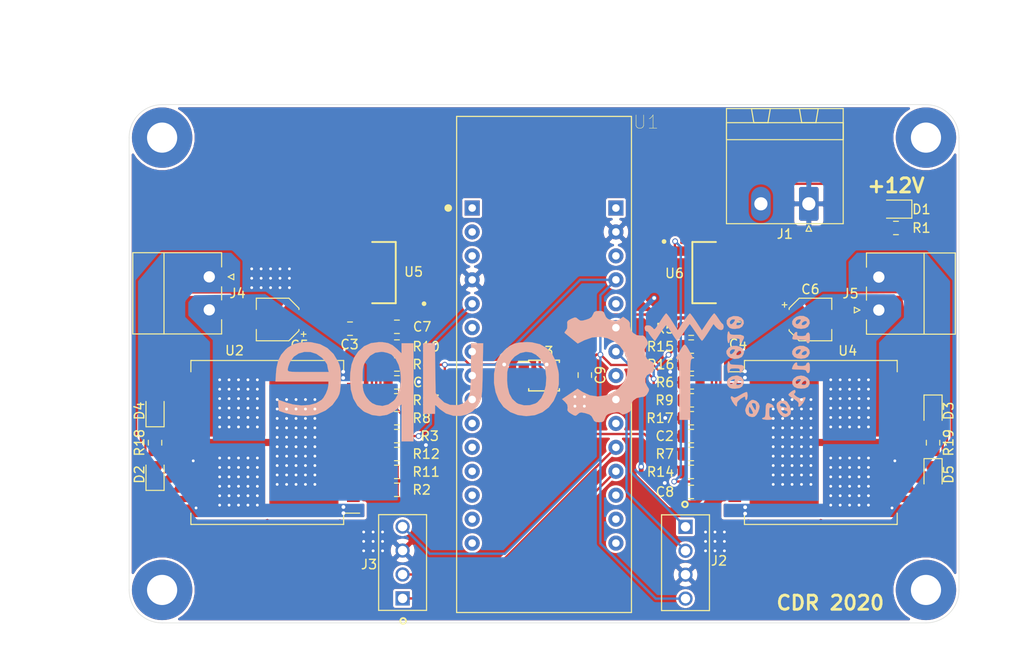
<source format=kicad_pcb>
(kicad_pcb (version 20171130) (host pcbnew "(5.1.4)-1")
  (layers (0 F.Cu signal) (31 B.Cu signal) (34 B.Paste user) (35 F.Paste user) (36 B.SilkS user) (37 F.SilkS user) (38 B.Mask user) (39 F.Mask user) (44 Edge.Cuts user))
  (net 0 "")
  (net 1 +5VL)
  (net 2 "Net-(D1-Pad1)")
  (net 3 +12V)
  (net 4 GND)
  (net 5 "Net-(U1-Pad23)")
  (net 6 "Net-(U1-Pad26)")
  (net 7 "Net-(U1-Pad16)")
  (net 8 "Net-(U1-Pad14)")
  (net 9 "Net-(U1-Pad17)")
  (net 10 "Net-(U1-Pad18)")
  (net 11 "Net-(U1-Pad21)")
  (net 12 "Net-(U1-Pad30)")
  (net 13 "Net-(U1-Pad28)")
  (net 14 "Net-(U1-Pad10)")
  (net 15 "Net-(U1-Pad2)")
  (net 16 "Net-(U1-Pad11)")
  (net 17 "Net-(U1-Pad3)")
  (net 18 "Net-(U1-Pad1)")
  (net 19 "Net-(U1-Pad6)")
  (net 20 "Net-(U1-Pad13)")
  (net 21 "Net-(U1-Pad12)")
  (net 22 /ENC_L_B)
  (net 23 /ENC_L_A)
  (net 24 /ENC_R_B)
  (net 25 /ENC_R_A)
  (net 26 "Net-(J5-Pad2)")
  (net 27 /CS1)
  (net 28 /VOUT1)
  (net 29 "Net-(D3-Pad2)")
  (net 30 "Net-(D3-Pad1)")
  (net 31 /DIR)
  (net 32 /DIR1)
  (net 33 "Net-(R5-Pad1)")
  (net 34 /PWM1)
  (net 35 "Net-(R6-Pad1)")
  (net 36 "Net-(R7-Pad1)")
  (net 37 "Net-(R17-Pad1)")
  (net 38 "Net-(R10-Pad2)")
  (net 39 "Net-(R14-Pad2)")
  (net 40 "Net-(R14-Pad1)")
  (net 41 "Net-(R15-Pad1)")
  (net 42 "Net-(R16-Pad1)")
  (net 43 "Net-(U4-Pad29)")
  (net 44 "Net-(U4-Pad2)")
  (net 45 "Net-(U4-Pad24)")
  (net 46 "Net-(U4-Pad22)")
  (net 47 "Net-(U4-Pad11)")
  (net 48 "Net-(U4-Pad17)")
  (net 49 "Net-(U4-Pad14)")
  (net 50 /CS)
  (net 51 /VOUT)
  (net 52 "Net-(D2-Pad2)")
  (net 53 "Net-(D2-Pad1)")
  (net 54 "Net-(J4-Pad2)")
  (net 55 "Net-(R2-Pad1)")
  (net 56 /PWM)
  (net 57 "Net-(R3-Pad1)")
  (net 58 "Net-(R4-Pad1)")
  (net 59 "Net-(R13-Pad1)")
  (net 60 "Net-(R10-Pad1)")
  (net 61 "Net-(R11-Pad1)")
  (net 62 "Net-(R12-Pad1)")
  (net 63 "Net-(U2-Pad29)")
  (net 64 "Net-(U2-Pad2)")
  (net 65 "Net-(U2-Pad24)")
  (net 66 "Net-(U2-Pad22)")
  (net 67 "Net-(U2-Pad11)")
  (net 68 "Net-(U2-Pad17)")
  (net 69 "Net-(U2-Pad14)")
  (net 70 "Net-(U1-Pad15)")
  (net 71 "Net-(U1-Pad8)")
  (module villanut_lib:IRFR014PBF (layer F.Cu) (at 112.025 67.825)
    (fp_text reference U6 (at -4.191 0.0762) (layer F.SilkS))
    (fp_text value IRFR014PBF hide)
    (pad 3 smd rect (at 3.05 0) (size 5 5.55) (layers F.Cu F.Paste F.Mask) (net 28 /VOUT1))
    (pad 2 smd rect (at -4.15 2.28 90) (size 1 2.85) (layers F.Cu F.Paste F.Mask) (net 3 +12V))
    (pad 1 smd rect (at -4.15 -2.28 90) (size 1 2.85) (layers F.Cu F.Paste F.Mask) (net 47 "Net-(U4-Pad11)"))
  )
  (module villanut_lib:IRFR014PBF (layer F.Cu) (at 75.975 67.825 180)
    (fp_text reference U5 (at -4.191 0.0762) (layer F.SilkS))
    (fp_text value IRFR014PBF hide)
    (pad 3 smd rect (at 3.05 0 180) (size 5 5.55) (layers F.Cu F.Paste F.Mask) (net 51 /VOUT))
    (pad 2 smd rect (at -4.15 2.28 270) (size 1 2.85) (layers F.Cu F.Paste F.Mask) (net 3 +12V))
    (pad 1 smd rect (at -4.15 -2.28 270) (size 1 2.85) (layers F.Cu F.Paste F.Mask) (net 67 "Net-(U2-Pad11)"))
  )
  (module Package_SO:ST_MultiPowerSO-30 (layer F.Cu) (at 64.65 85.85 180)
    (fp_text reference U2 (at 3.475 9.75) (layer F.SilkS))
    (fp_text value VNH5019A-E)
    (pad 33 smd rect (at 3.05 -4.165 180) (size 5.25 6.23) (layers F.Cu F.Paste F.Mask) (net 53 "Net-(D2-Pad1)"))
    (pad 31 smd rect (at -3.05 0 180) (size 5.25 10.3) (layers F.Cu F.Paste F.Mask) (net 51 /VOUT))
    (pad 30 smd rect (at 9.125 -7 90) (size 0.66 1.35) (layers F.Cu F.Paste F.Mask) (net 53 "Net-(D2-Pad1)"))
    (pad 1 smd rect (at -9.125 -7 90) (size 0.66 1.35) (layers F.Cu F.Paste F.Mask) (net 53 "Net-(D2-Pad1)"))
    (pad 29 smd rect (at 9.125 -6 90) (size 0.66 1.35) (layers F.Cu F.Paste F.Mask) (net 63 "Net-(U2-Pad29)"))
    (pad 2 smd rect (at -9.125 -6 90) (size 0.66 1.35) (layers F.Cu F.Paste F.Mask) (net 64 "Net-(U2-Pad2)"))
    (pad 28 smd rect (at 9.125 -5 90) (size 0.66 1.35) (layers F.Cu F.Paste F.Mask) (net 4 GND))
    (pad 3 smd rect (at -9.125 -5 90) (size 0.66 1.35) (layers F.Cu F.Paste F.Mask) (net 51 /VOUT))
    (pad 27 smd rect (at 9.125 -4 90) (size 0.66 1.35) (layers F.Cu F.Paste F.Mask) (net 4 GND))
    (pad 4 smd rect (at -9.125 -4 90) (size 0.66 1.35) (layers F.Cu F.Paste F.Mask) (net 55 "Net-(R2-Pad1)"))
    (pad 26 smd rect (at 9.125 -3 90) (size 0.66 1.35) (layers F.Cu F.Paste F.Mask) (net 4 GND))
    (pad 5 smd rect (at -9.125 -3 90) (size 0.66 1.35) (layers F.Cu F.Paste F.Mask) (net 61 "Net-(R11-Pad1)"))
    (pad 25 smd rect (at 9.125 -2 90) (size 0.66 1.35) (layers F.Cu F.Paste F.Mask) (net 53 "Net-(D2-Pad1)"))
    (pad 6 smd rect (at -9.125 -2 90) (size 0.66 1.35) (layers F.Cu F.Paste F.Mask) (net 62 "Net-(R12-Pad1)"))
    (pad 24 smd rect (at 9.125 -1 90) (size 0.66 1.35) (layers F.Cu F.Paste F.Mask) (net 65 "Net-(U2-Pad24)"))
    (pad 7 smd rect (at -9.125 -1 90) (size 0.66 1.35) (layers F.Cu F.Paste F.Mask) (net 57 "Net-(R3-Pad1)"))
    (pad 23 smd rect (at 9.125 0 90) (size 0.66 1.35) (layers F.Cu F.Paste F.Mask) (net 51 /VOUT))
    (pad 8 smd rect (at -9.125 0 90) (size 0.66 1.35) (layers F.Cu F.Paste F.Mask) (net 59 "Net-(R13-Pad1)"))
    (pad 22 smd rect (at 9.125 1 90) (size 0.66 1.35) (layers F.Cu F.Paste F.Mask) (net 66 "Net-(U2-Pad22)"))
    (pad 9 smd rect (at -9.125 1 90) (size 0.66 1.35) (layers F.Cu F.Paste F.Mask) (net 58 "Net-(R4-Pad1)"))
    (pad 21 smd rect (at 9.125 2 90) (size 0.66 1.35) (layers F.Cu F.Paste F.Mask) (net 54 "Net-(J4-Pad2)"))
    (pad 10 smd rect (at -9.125 2 90) (size 0.66 1.35) (layers F.Cu F.Paste F.Mask) (net 60 "Net-(R10-Pad1)"))
    (pad 20 smd rect (at 9.125 3 90) (size 0.66 1.35) (layers F.Cu F.Paste F.Mask) (net 4 GND))
    (pad 11 smd rect (at -9.125 3 90) (size 0.66 1.35) (layers F.Cu F.Paste F.Mask) (net 67 "Net-(U2-Pad11)"))
    (pad 19 smd rect (at 9.125 4 90) (size 0.66 1.35) (layers F.Cu F.Paste F.Mask) (net 4 GND))
    (pad 12 smd rect (at -9.125 4 90) (size 0.66 1.35) (layers F.Cu F.Paste F.Mask) (net 3 +12V))
    (pad 18 smd rect (at 9.125 5 90) (size 0.66 1.35) (layers F.Cu F.Paste F.Mask) (net 4 GND))
    (pad 13 smd rect (at -9.125 5 90) (size 0.66 1.35) (layers F.Cu F.Paste F.Mask) (net 51 /VOUT))
    (pad 17 smd rect (at 9.125 6 90) (size 0.66 1.35) (layers F.Cu F.Paste F.Mask) (net 68 "Net-(U2-Pad17)"))
    (pad 14 smd rect (at -9.125 6 90) (size 0.66 1.35) (layers F.Cu F.Paste F.Mask) (net 69 "Net-(U2-Pad14)"))
    (pad 16 smd rect (at 9.125 7 90) (size 0.66 1.35) (layers F.Cu F.Paste F.Mask) (net 54 "Net-(J4-Pad2)"))
    (pad 15 smd rect (at -9.125 7 90) (size 0.66 1.35) (layers F.Cu F.Paste F.Mask) (net 54 "Net-(J4-Pad2)"))
    (pad 32 smd rect (at 3.05 4.165 180) (size 5.25 6.23) (layers F.Cu F.Paste F.Mask) (net 54 "Net-(J4-Pad2)"))
  )
  (module Resistor_SMD:R_0805_2012Metric (layer F.Cu) (at 52.75 85.875 270)
    (fp_text reference R18 (at 0 1.65 90) (layer F.SilkS))
    (fp_text value 4.7k)
    (pad 2 smd roundrect (at 0.9375 0 270) (size 0.975 1.4) (layers F.Cu F.Paste F.Mask) (net 54 "Net-(J4-Pad2)"))
    (pad 1 smd roundrect (at -0.9375 0 270) (size 0.975 1.4) (layers F.Cu F.Paste F.Mask) (net 52 "Net-(D2-Pad2)"))
  )
  (module Resistor_SMD:R_0805_2012Metric (layer F.Cu) (at 78.4 81.375)
    (fp_text reference R13 (at 3.1 0) (layer F.SilkS))
    (fp_text value 1k)
    (pad 2 smd roundrect (at 0.9375 0) (size 0.975 1.4) (layers F.Cu F.Paste F.Mask) (net 4 GND))
    (pad 1 smd roundrect (at -0.9375 0) (size 0.975 1.4) (layers F.Cu F.Paste F.Mask) (net 59 "Net-(R13-Pad1)"))
  )
  (module Resistor_SMD:R_0805_2012Metric (layer F.Cu) (at 78.4 87.075)
    (fp_text reference R12 (at 3.1 0) (layer F.SilkS))
    (fp_text value 3.3k)
    (pad 2 smd roundrect (at 0.9375 0) (size 0.975 1.4) (layers F.Cu F.Paste F.Mask) (net 4 GND))
    (pad 1 smd roundrect (at -0.9375 0) (size 0.975 1.4) (layers F.Cu F.Paste F.Mask) (net 62 "Net-(R12-Pad1)"))
  )
  (module Resistor_SMD:R_0805_2012Metric (layer F.Cu) (at 78.4 88.975)
    (fp_text reference R11 (at 3.1 0) (layer F.SilkS))
    (fp_text value 4.7k)
    (pad 2 smd roundrect (at 0.9375 0) (size 0.975 1.4) (layers F.Cu F.Paste F.Mask) (net 1 +5VL))
    (pad 1 smd roundrect (at -0.9375 0) (size 0.975 1.4) (layers F.Cu F.Paste F.Mask) (net 61 "Net-(R11-Pad1)"))
  )
  (module Resistor_SMD:R_0805_2012Metric (layer F.Cu) (at 78.4 75.675)
    (fp_text reference R10 (at 3.1 0) (layer F.SilkS))
    (fp_text value 1k)
    (pad 2 smd roundrect (at 0.9375 0) (size 0.975 1.4) (layers F.Cu F.Paste F.Mask) (net 38 "Net-(R10-Pad2)"))
    (pad 1 smd roundrect (at -0.9375 0) (size 0.975 1.4) (layers F.Cu F.Paste F.Mask) (net 60 "Net-(R10-Pad1)"))
  )
  (module Resistor_SMD:R_0805_2012Metric (layer F.Cu) (at 78.4 83.275)
    (fp_text reference R8 (at 2.625 0) (layer F.SilkS))
    (fp_text value 10k)
    (pad 2 smd roundrect (at 0.9375 0) (size 0.975 1.4) (layers F.Cu F.Paste F.Mask) (net 50 /CS))
    (pad 1 smd roundrect (at -0.9375 0) (size 0.975 1.4) (layers F.Cu F.Paste F.Mask) (net 59 "Net-(R13-Pad1)"))
  )
  (module Resistor_SMD:R_0805_2012Metric (layer F.Cu) (at 78.4 77.575)
    (fp_text reference R4 (at 2.625 0) (layer F.SilkS))
    (fp_text value 4.7k)
    (pad 2 smd roundrect (at 0.9375 0) (size 0.975 1.4) (layers F.Cu F.Paste F.Mask) (net 1 +5VL))
    (pad 1 smd roundrect (at -0.9375 0) (size 0.975 1.4) (layers F.Cu F.Paste F.Mask) (net 58 "Net-(R4-Pad1)"))
  )
  (module Resistor_SMD:R_0805_2012Metric (layer F.Cu) (at 78.4 85.175)
    (fp_text reference R3 (at 3.475 0) (layer F.SilkS))
    (fp_text value 1k)
    (pad 2 smd roundrect (at 0.9375 0) (size 0.975 1.4) (layers F.Cu F.Paste F.Mask) (net 56 /PWM))
    (pad 1 smd roundrect (at -0.9375 0) (size 0.975 1.4) (layers F.Cu F.Paste F.Mask) (net 57 "Net-(R3-Pad1)"))
  )
  (module Resistor_SMD:R_0805_2012Metric (layer F.Cu) (at 78.4 90.875)
    (fp_text reference R2 (at 2.625 0) (layer F.SilkS))
    (fp_text value 1k)
    (pad 2 smd roundrect (at 0.9375 0) (size 0.975 1.4) (layers F.Cu F.Paste F.Mask) (net 31 /DIR))
    (pad 1 smd roundrect (at -0.9375 0) (size 0.975 1.4) (layers F.Cu F.Paste F.Mask) (net 55 "Net-(R2-Pad1)"))
  )
  (module Connector_Phoenix_MC:PhoenixContact_MC_1,5_2-G-3.5_1x02_P3.50mm_Horizontal (layer F.Cu) (at 58.5 68.275 270)
    (fp_text reference J4 (at 1.75 -3 180) (layer F.SilkS))
    (fp_text value Conn_01x02)
    (pad 2 thru_hole oval (at 3.5 0 270) (size 1.8 3.6) (drill 1.2) (layers *.Cu *.Mask) (net 54 "Net-(J4-Pad2)"))
    (pad 1 thru_hole roundrect (at 0 0 270) (size 1.8 3.6) (drill 1.2) (layers *.Cu *.Mask) (roundrect_rratio 0.138889) (net 53 "Net-(D2-Pad1)"))
  )
  (module LED_SMD:LED_0805_2012Metric (layer F.Cu) (at 52.75 82.5 90)
    (fp_text reference D4 (at 0 -1.65 90) (layer F.SilkS))
    (fp_text value GREEN)
    (pad 1 smd roundrect (at -0.9375 0 90) (size 0.975 1.4) (layers F.Cu F.Paste F.Mask) (net 52 "Net-(D2-Pad2)"))
    (pad 2 smd roundrect (at 0.9375 0 90) (size 0.975 1.4) (layers F.Cu F.Paste F.Mask) (net 53 "Net-(D2-Pad1)"))
  )
  (module LED_SMD:LED_0805_2012Metric (layer F.Cu) (at 52.75 89.25 90)
    (fp_text reference D2 (at 0 -1.65 90) (layer F.SilkS))
    (fp_text value RED)
    (pad 2 smd roundrect (at 0.9375 0 90) (size 0.975 1.4) (layers F.Cu F.Paste F.Mask) (net 52 "Net-(D2-Pad2)"))
    (pad 1 smd roundrect (at -0.9375 0 90) (size 0.975 1.4) (layers F.Cu F.Paste F.Mask) (net 53 "Net-(D2-Pad1)"))
  )
  (module Capacitor_SMD:C_0805_2012Metric (layer F.Cu) (at 78.4 73.575)
    (fp_text reference C7 (at 2.675 0) (layer F.SilkS))
    (fp_text value 1uF)
    (pad 2 smd roundrect (at 0.9375 0) (size 0.975 1.4) (layers F.Cu F.Paste F.Mask) (net 4 GND))
    (pad 1 smd roundrect (at -0.9375 0) (size 0.975 1.4) (layers F.Cu F.Paste F.Mask) (net 3 +12V))
  )
  (module Capacitor_SMD:CP_Elec_4x5.3 (layer F.Cu) (at 65.75 72.8 180)
    (fp_text reference C5 (at -2.325 -2.75) (layer F.SilkS))
    (fp_text value 47uF)
    (pad 2 smd roundrect (at 1.8 0 180) (size 2.6 1.6) (layers F.Cu F.Paste F.Mask) (roundrect_rratio 0.15625) (net 4 GND))
    (pad 1 smd roundrect (at -1.8 0 180) (size 2.6 1.6) (layers F.Cu F.Paste F.Mask) (roundrect_rratio 0.15625) (net 51 /VOUT))
  )
  (module Capacitor_SMD:C_0805_2012Metric (layer F.Cu) (at 73.425 73.775)
    (fp_text reference C3 (at -0.05 1.675) (layer F.SilkS))
    (fp_text value 100nF)
    (pad 2 smd roundrect (at 0.9375 0) (size 0.975 1.4) (layers F.Cu F.Paste F.Mask) (net 4 GND))
    (pad 1 smd roundrect (at -0.9375 0) (size 0.975 1.4) (layers F.Cu F.Paste F.Mask) (net 51 /VOUT))
  )
  (module Capacitor_SMD:C_0805_2012Metric (layer F.Cu) (at 78.4 79.475)
    (fp_text reference C1 (at 2.675 0) (layer F.SilkS))
    (fp_text value 33nF)
    (pad 2 smd roundrect (at 0.9375 0) (size 0.975 1.4) (layers F.Cu F.Paste F.Mask) (net 4 GND))
    (pad 1 smd roundrect (at -0.9375 0) (size 0.975 1.4) (layers F.Cu F.Paste F.Mask) (net 50 /CS))
  )
  (module Capacitor_SMD:C_0805_2012Metric (layer F.Cu) (at 98.325 78.7 270)
    (fp_text reference C9 (at 0 -1.65 90) (layer F.SilkS))
    (fp_text value 100nF)
    (pad 2 smd roundrect (at 0.9375 0 270) (size 0.975 1.4) (layers F.Cu F.Paste F.Mask) (net 4 GND))
    (pad 1 smd roundrect (at -0.9375 0 270) (size 0.975 1.4) (layers F.Cu F.Paste F.Mask) (net 1 +5VL))
  )
  (module Package_SO:ST_MultiPowerSO-30 (layer F.Cu) (at 123.35 85.85)
    (fp_text reference U4 (at 2.85 -9.725) (layer F.SilkS))
    (fp_text value VNH5019A-E)
    (pad 33 smd rect (at 3.05 -4.165) (size 5.25 6.23) (layers F.Cu F.Paste F.Mask) (net 30 "Net-(D3-Pad1)"))
    (pad 31 smd rect (at -3.05 0) (size 5.25 10.3) (layers F.Cu F.Paste F.Mask) (net 28 /VOUT1))
    (pad 30 smd rect (at 9.125 -7 270) (size 0.66 1.35) (layers F.Cu F.Paste F.Mask) (net 30 "Net-(D3-Pad1)"))
    (pad 1 smd rect (at -9.125 -7 270) (size 0.66 1.35) (layers F.Cu F.Paste F.Mask) (net 30 "Net-(D3-Pad1)"))
    (pad 29 smd rect (at 9.125 -6 270) (size 0.66 1.35) (layers F.Cu F.Paste F.Mask) (net 43 "Net-(U4-Pad29)"))
    (pad 2 smd rect (at -9.125 -6 270) (size 0.66 1.35) (layers F.Cu F.Paste F.Mask) (net 44 "Net-(U4-Pad2)"))
    (pad 28 smd rect (at 9.125 -5 270) (size 0.66 1.35) (layers F.Cu F.Paste F.Mask) (net 4 GND))
    (pad 3 smd rect (at -9.125 -5 270) (size 0.66 1.35) (layers F.Cu F.Paste F.Mask) (net 28 /VOUT1))
    (pad 27 smd rect (at 9.125 -4 270) (size 0.66 1.35) (layers F.Cu F.Paste F.Mask) (net 4 GND))
    (pad 4 smd rect (at -9.125 -4 270) (size 0.66 1.35) (layers F.Cu F.Paste F.Mask) (net 33 "Net-(R5-Pad1)"))
    (pad 26 smd rect (at 9.125 -3 270) (size 0.66 1.35) (layers F.Cu F.Paste F.Mask) (net 4 GND))
    (pad 5 smd rect (at -9.125 -3 270) (size 0.66 1.35) (layers F.Cu F.Paste F.Mask) (net 41 "Net-(R15-Pad1)"))
    (pad 25 smd rect (at 9.125 -2 270) (size 0.66 1.35) (layers F.Cu F.Paste F.Mask) (net 30 "Net-(D3-Pad1)"))
    (pad 6 smd rect (at -9.125 -2 270) (size 0.66 1.35) (layers F.Cu F.Paste F.Mask) (net 42 "Net-(R16-Pad1)"))
    (pad 24 smd rect (at 9.125 -1 270) (size 0.66 1.35) (layers F.Cu F.Paste F.Mask) (net 45 "Net-(U4-Pad24)"))
    (pad 7 smd rect (at -9.125 -1 270) (size 0.66 1.35) (layers F.Cu F.Paste F.Mask) (net 35 "Net-(R6-Pad1)"))
    (pad 23 smd rect (at 9.125 0 270) (size 0.66 1.35) (layers F.Cu F.Paste F.Mask) (net 28 /VOUT1))
    (pad 8 smd rect (at -9.125 0 270) (size 0.66 1.35) (layers F.Cu F.Paste F.Mask) (net 37 "Net-(R17-Pad1)"))
    (pad 22 smd rect (at 9.125 1 270) (size 0.66 1.35) (layers F.Cu F.Paste F.Mask) (net 46 "Net-(U4-Pad22)"))
    (pad 9 smd rect (at -9.125 1 270) (size 0.66 1.35) (layers F.Cu F.Paste F.Mask) (net 36 "Net-(R7-Pad1)"))
    (pad 21 smd rect (at 9.125 2 270) (size 0.66 1.35) (layers F.Cu F.Paste F.Mask) (net 26 "Net-(J5-Pad2)"))
    (pad 10 smd rect (at -9.125 2 270) (size 0.66 1.35) (layers F.Cu F.Paste F.Mask) (net 40 "Net-(R14-Pad1)"))
    (pad 20 smd rect (at 9.125 3 270) (size 0.66 1.35) (layers F.Cu F.Paste F.Mask) (net 4 GND))
    (pad 11 smd rect (at -9.125 3 270) (size 0.66 1.35) (layers F.Cu F.Paste F.Mask) (net 47 "Net-(U4-Pad11)"))
    (pad 19 smd rect (at 9.125 4 270) (size 0.66 1.35) (layers F.Cu F.Paste F.Mask) (net 4 GND))
    (pad 12 smd rect (at -9.125 4 270) (size 0.66 1.35) (layers F.Cu F.Paste F.Mask) (net 3 +12V))
    (pad 18 smd rect (at 9.125 5 270) (size 0.66 1.35) (layers F.Cu F.Paste F.Mask) (net 4 GND))
    (pad 13 smd rect (at -9.125 5 270) (size 0.66 1.35) (layers F.Cu F.Paste F.Mask) (net 28 /VOUT1))
    (pad 17 smd rect (at 9.125 6 270) (size 0.66 1.35) (layers F.Cu F.Paste F.Mask) (net 48 "Net-(U4-Pad17)"))
    (pad 14 smd rect (at -9.125 6 270) (size 0.66 1.35) (layers F.Cu F.Paste F.Mask) (net 49 "Net-(U4-Pad14)"))
    (pad 16 smd rect (at 9.125 7 270) (size 0.66 1.35) (layers F.Cu F.Paste F.Mask) (net 26 "Net-(J5-Pad2)"))
    (pad 15 smd rect (at -9.125 7 270) (size 0.66 1.35) (layers F.Cu F.Paste F.Mask) (net 26 "Net-(J5-Pad2)"))
    (pad 32 smd rect (at 3.05 4.165) (size 5.25 6.23) (layers F.Cu F.Paste F.Mask) (net 26 "Net-(J5-Pad2)"))
  )
  (module Package_SO:TSSOP-8_3x3mm_P0.65mm (layer F.Cu) (at 94 78.75)
    (fp_text reference U3 (at 0 -2.55) (layer F.SilkS))
    (fp_text value 74AHC2G00)
    (pad 8 smd rect (at 2.15 -0.975) (size 1.1 0.4) (layers F.Cu F.Paste F.Mask) (net 1 +5VL))
    (pad 7 smd rect (at 2.15 -0.325) (size 1.1 0.4) (layers F.Cu F.Paste F.Mask) (net 38 "Net-(R10-Pad2)"))
    (pad 6 smd rect (at 2.15 0.325) (size 1.1 0.4) (layers F.Cu F.Paste F.Mask) (net 32 /DIR1))
    (pad 5 smd rect (at 2.15 0.975) (size 1.1 0.4) (layers F.Cu F.Paste F.Mask) (net 32 /DIR1))
    (pad 4 smd rect (at -2.15 0.975) (size 1.1 0.4) (layers F.Cu F.Paste F.Mask) (net 4 GND))
    (pad 3 smd rect (at -2.15 0.325) (size 1.1 0.4) (layers F.Cu F.Paste F.Mask) (net 39 "Net-(R14-Pad2)"))
    (pad 2 smd rect (at -2.15 -0.325) (size 1.1 0.4) (layers F.Cu F.Paste F.Mask) (net 31 /DIR))
    (pad 1 smd rect (at -2.15 -0.975) (size 1.1 0.4) (layers F.Cu F.Paste F.Mask) (net 31 /DIR))
  )
  (module Resistor_SMD:R_0805_2012Metric (layer F.Cu) (at 135.25 85.875 270)
    (fp_text reference R19 (at 0 -1.65 90) (layer F.SilkS))
    (fp_text value 4.7k)
    (pad 2 smd roundrect (at 0.9375 0 270) (size 0.975 1.4) (layers F.Cu F.Paste F.Mask) (net 26 "Net-(J5-Pad2)"))
    (pad 1 smd roundrect (at -0.9375 0 270) (size 0.975 1.4) (layers F.Cu F.Paste F.Mask) (net 29 "Net-(D3-Pad2)"))
  )
  (module Resistor_SMD:R_0805_2012Metric (layer F.Cu) (at 109.6 83.275 180)
    (fp_text reference R17 (at 3.3 0) (layer F.SilkS))
    (fp_text value 1k)
    (pad 2 smd roundrect (at 0.9375 0 180) (size 0.975 1.4) (layers F.Cu F.Paste F.Mask) (net 4 GND))
    (pad 1 smd roundrect (at -0.9375 0 180) (size 0.975 1.4) (layers F.Cu F.Paste F.Mask) (net 37 "Net-(R17-Pad1)"))
  )
  (module Resistor_SMD:R_0805_2012Metric (layer F.Cu) (at 109.6 77.575 180)
    (fp_text reference R16 (at 3.225 0) (layer F.SilkS))
    (fp_text value 3.3k)
    (pad 2 smd roundrect (at 0.9375 0 180) (size 0.975 1.4) (layers F.Cu F.Paste F.Mask) (net 4 GND))
    (pad 1 smd roundrect (at -0.9375 0 180) (size 0.975 1.4) (layers F.Cu F.Paste F.Mask) (net 42 "Net-(R16-Pad1)"))
  )
  (module Resistor_SMD:R_0805_2012Metric (layer F.Cu) (at 109.6 75.675 180)
    (fp_text reference R15 (at 3.25 0) (layer F.SilkS))
    (fp_text value 4.7k)
    (pad 2 smd roundrect (at 0.9375 0 180) (size 0.975 1.4) (layers F.Cu F.Paste F.Mask) (net 1 +5VL))
    (pad 1 smd roundrect (at -0.9375 0 180) (size 0.975 1.4) (layers F.Cu F.Paste F.Mask) (net 41 "Net-(R15-Pad1)"))
  )
  (module Resistor_SMD:R_0805_2012Metric (layer F.Cu) (at 109.6 88.975 180)
    (fp_text reference R14 (at 3.25 0) (layer F.SilkS))
    (fp_text value 1k)
    (pad 2 smd roundrect (at 0.9375 0 180) (size 0.975 1.4) (layers F.Cu F.Paste F.Mask) (net 39 "Net-(R14-Pad2)"))
    (pad 1 smd roundrect (at -0.9375 0 180) (size 0.975 1.4) (layers F.Cu F.Paste F.Mask) (net 40 "Net-(R14-Pad1)"))
  )
  (module Resistor_SMD:R_0805_2012Metric (layer F.Cu) (at 109.6 81.375 180)
    (fp_text reference R9 (at 2.825 0) (layer F.SilkS))
    (fp_text value 10k)
    (pad 2 smd roundrect (at 0.9375 0 180) (size 0.975 1.4) (layers F.Cu F.Paste F.Mask) (net 27 /CS1))
    (pad 1 smd roundrect (at -0.9375 0 180) (size 0.975 1.4) (layers F.Cu F.Paste F.Mask) (net 37 "Net-(R17-Pad1)"))
  )
  (module Resistor_SMD:R_0805_2012Metric (layer F.Cu) (at 109.6 87.075 180)
    (fp_text reference R7 (at 2.8 0) (layer F.SilkS))
    (fp_text value 4.7k)
    (pad 2 smd roundrect (at 0.9375 0 180) (size 0.975 1.4) (layers F.Cu F.Paste F.Mask) (net 1 +5VL))
    (pad 1 smd roundrect (at -0.9375 0 180) (size 0.975 1.4) (layers F.Cu F.Paste F.Mask) (net 36 "Net-(R7-Pad1)"))
  )
  (module Resistor_SMD:R_0805_2012Metric (layer F.Cu) (at 109.6 79.475 180)
    (fp_text reference R6 (at 2.775 0) (layer F.SilkS))
    (fp_text value 1k)
    (pad 2 smd roundrect (at 0.9375 0 180) (size 0.975 1.4) (layers F.Cu F.Paste F.Mask) (net 34 /PWM1))
    (pad 1 smd roundrect (at -0.9375 0 180) (size 0.975 1.4) (layers F.Cu F.Paste F.Mask) (net 35 "Net-(R6-Pad1)"))
  )
  (module Resistor_SMD:R_0805_2012Metric (layer F.Cu) (at 109.6 73.775 180)
    (fp_text reference R5 (at 2.775 0) (layer F.SilkS))
    (fp_text value 1k)
    (pad 2 smd roundrect (at 0.9375 0 180) (size 0.975 1.4) (layers F.Cu F.Paste F.Mask) (net 32 /DIR1))
    (pad 1 smd roundrect (at -0.9375 0 180) (size 0.975 1.4) (layers F.Cu F.Paste F.Mask) (net 33 "Net-(R5-Pad1)"))
  )
  (module Connector_Phoenix_MC:PhoenixContact_MC_1,5_2-G-3.5_1x02_P3.50mm_Horizontal (layer F.Cu) (at 129.5 71.8 90)
    (fp_text reference J5 (at 1.75 -3 180) (layer F.SilkS))
    (fp_text value Conn_01x02)
    (pad 2 thru_hole oval (at 3.5 0 90) (size 1.8 3.6) (drill 1.2) (layers *.Cu *.Mask) (net 26 "Net-(J5-Pad2)"))
    (pad 1 thru_hole roundrect (at 0 0 90) (size 1.8 3.6) (drill 1.2) (layers *.Cu *.Mask) (roundrect_rratio 0.138889) (net 30 "Net-(D3-Pad1)"))
  )
  (module LED_SMD:LED_0805_2012Metric (layer F.Cu) (at 135.25 89.25 270)
    (fp_text reference D5 (at 0 -1.65 90) (layer F.SilkS))
    (fp_text value GREEN)
    (pad 2 smd roundrect (at 0.9375 0 270) (size 0.975 1.4) (layers F.Cu F.Paste F.Mask) (net 30 "Net-(D3-Pad1)"))
    (pad 1 smd roundrect (at -0.9375 0 270) (size 0.975 1.4) (layers F.Cu F.Paste F.Mask) (net 29 "Net-(D3-Pad2)"))
  )
  (module LED_SMD:LED_0805_2012Metric (layer F.Cu) (at 135.25 82.5 270)
    (fp_text reference D3 (at 0 -1.65 90) (layer F.SilkS))
    (fp_text value RED)
    (pad 2 smd roundrect (at 0.9375 0 270) (size 0.975 1.4) (layers F.Cu F.Paste F.Mask) (net 29 "Net-(D3-Pad2)"))
    (pad 1 smd roundrect (at -0.9375 0 270) (size 0.975 1.4) (layers F.Cu F.Paste F.Mask) (net 30 "Net-(D3-Pad1)"))
  )
  (module Capacitor_SMD:C_0805_2012Metric (layer F.Cu) (at 109.6 91.1 180)
    (fp_text reference C8 (at 2.775 0) (layer F.SilkS))
    (fp_text value 1uF)
    (pad 2 smd roundrect (at 0.9375 0 180) (size 0.975 1.4) (layers F.Cu F.Paste F.Mask) (net 4 GND))
    (pad 1 smd roundrect (at -0.9375 0 180) (size 0.975 1.4) (layers F.Cu F.Paste F.Mask) (net 3 +12V))
  )
  (module Capacitor_SMD:CP_Elec_4x5.3 (layer F.Cu) (at 122.25 72.8)
    (fp_text reference C6 (at 0 -3.2) (layer F.SilkS))
    (fp_text value 47uF)
    (pad 2 smd roundrect (at 1.8 0) (size 2.6 1.6) (layers F.Cu F.Paste F.Mask) (roundrect_rratio 0.15625) (net 4 GND))
    (pad 1 smd roundrect (at -1.8 0) (size 2.6 1.6) (layers F.Cu F.Paste F.Mask) (roundrect_rratio 0.15625) (net 28 /VOUT1))
  )
  (module Capacitor_SMD:C_0805_2012Metric (layer F.Cu) (at 114.575 73.775 180)
    (fp_text reference C4 (at 0 -1.65) (layer F.SilkS))
    (fp_text value 100nF)
    (pad 2 smd roundrect (at 0.9375 0 180) (size 0.975 1.4) (layers F.Cu F.Paste F.Mask) (net 4 GND))
    (pad 1 smd roundrect (at -0.9375 0 180) (size 0.975 1.4) (layers F.Cu F.Paste F.Mask) (net 28 /VOUT1))
  )
  (module Capacitor_SMD:C_0805_2012Metric (layer F.Cu) (at 109.6 85.175 180)
    (fp_text reference C2 (at 2.8 0) (layer F.SilkS))
    (fp_text value 33nF)
    (pad 2 smd roundrect (at 0.9375 0 180) (size 0.975 1.4) (layers F.Cu F.Paste F.Mask) (net 4 GND))
    (pad 1 smd roundrect (at -0.9375 0 180) (size 0.975 1.4) (layers F.Cu F.Paste F.Mask) (net 27 /CS1))
  )
  (module villanut_lib:logo_UTCoupe_Big (layer B.Cu) (at 94 78.75 180)
    (fp_text reference G*** hide)
    (fp_text value LOGO hide)
  )
  (module villanut_lib:Headers-Wire_Housings_HEADER_4POS_HE14 (layer F.Cu) (at 109 94.8 270)
    (fp_text reference J2 (at 3.6068 -3.556 180) (layer F.SilkS))
    (fp_text value Conn_01x04)
    (pad 4 thru_hole circle (at 7.62 0 270) (size 1.508 1.508) (drill 1) (layers *.Cu *.Mask) (net 1 +5VL))
    (pad 3 thru_hole circle (at 5.08 0 270) (size 1.508 1.508) (drill 1) (layers *.Cu *.Mask) (net 4 GND))
    (pad 2 thru_hole circle (at 2.54 0 270) (size 1.508 1.508) (drill 1) (layers *.Cu *.Mask) (net 22 /ENC_L_B))
    (pad 1 thru_hole rect (at 0 0 270) (size 1.508 1.508) (drill 1) (layers *.Cu *.Mask) (net 23 /ENC_L_A))
  )
  (module villanut_lib:Headers-Wire_Housings_HEADER_4POS_HE14 (layer F.Cu) (at 79 102.4 90)
    (fp_text reference J3 (at 3.6068 -3.556 180) (layer F.SilkS))
    (fp_text value Conn_01x04)
    (pad 4 thru_hole circle (at 7.62 0 90) (size 1.508 1.508) (drill 1) (layers *.Cu *.Mask) (net 1 +5VL))
    (pad 3 thru_hole circle (at 5.08 0 90) (size 1.508 1.508) (drill 1) (layers *.Cu *.Mask) (net 4 GND))
    (pad 2 thru_hole circle (at 2.54 0 90) (size 1.508 1.508) (drill 1) (layers *.Cu *.Mask) (net 24 /ENC_R_B))
    (pad 1 thru_hole rect (at 0 0 90) (size 1.508 1.508) (drill 1) (layers *.Cu *.Mask) (net 25 /ENC_R_A))
  )
  (module MountingHole:MountingHole_3.2mm_M3_Pad (layer F.Cu) (at 53.5 53.5)
    (fp_text reference REF** hide)
    (fp_text value MountingHole_3.2mm_M3_Pad)
    (pad 1 thru_hole circle (at 0 0) (size 6.4 6.4) (drill 3.2) (layers *.Cu *.Mask))
  )
  (module MountingHole:MountingHole_3.2mm_M3_Pad (layer F.Cu) (at 134.5 53.5)
    (fp_text reference REF** hide)
    (fp_text value MountingHole_3.2mm_M3_Pad)
    (pad 1 thru_hole circle (at 0 0) (size 6.4 6.4) (drill 3.2) (layers *.Cu *.Mask))
  )
  (module MountingHole:MountingHole_3.2mm_M3_Pad (layer F.Cu) (at 134.5 101.5)
    (fp_text reference REF** hide)
    (fp_text value MountingHole_3.2mm_M3_Pad)
    (pad 1 thru_hole circle (at 0 0) (size 6.4 6.4) (drill 3.2) (layers *.Cu *.Mask))
  )
  (module MountingHole:MountingHole_3.2mm_M3_Pad (layer F.Cu) (at 53.5 101.5)
    (fp_text reference REF** hide)
    (fp_text value MountingHole_3.2mm_M3_Pad)
    (pad 1 thru_hole circle (at 0 0) (size 6.4 6.4) (drill 3.2) (layers *.Cu *.Mask))
  )
  (module Connector_Phoenix_MSTB:PhoenixContact_MSTBA_2,5_2-G-5,08_1x02_P5.08mm_Horizontal (layer F.Cu) (at 122.075 60.525 180)
    (fp_text reference J1 (at 2.54 -3.2) (layer F.SilkS))
    (fp_text value Conn_01x02)
    (pad 2 thru_hole oval (at 5.08 0 180) (size 2.08 3.6) (drill 1.4) (layers *.Cu *.Mask) (net 3 +12V))
    (pad 1 thru_hole roundrect (at 0 0 180) (size 2.08 3.6) (drill 1.4) (layers *.Cu *.Mask) (roundrect_rratio 0.120192) (net 4 GND))
  )
  (module LED_SMD:LED_0805_2012Metric (layer F.Cu) (at 131.3166 61.0886 180)
    (fp_text reference D1 (at -2.7 -0.025) (layer F.SilkS))
    (fp_text value LED)
    (pad 2 smd roundrect (at 0.9375 0 180) (size 0.975 1.4) (layers F.Cu F.Paste F.Mask) (net 3 +12V))
    (pad 1 smd roundrect (at -0.9375 0 180) (size 0.975 1.4) (layers F.Cu F.Paste F.Mask) (net 2 "Net-(D1-Pad1)"))
  )
  (module Resistor_SMD:R_0805_2012Metric (layer F.Cu) (at 131.3166 63.0886 180)
    (fp_text reference R1 (at -2.7 0) (layer F.SilkS))
    (fp_text value R)
    (pad 2 smd roundrect (at 0.9375 0 180) (size 0.975 1.4) (layers F.Cu F.Paste F.Mask) (net 4 GND))
    (pad 1 smd roundrect (at -0.9375 0 180) (size 0.975 1.4) (layers F.Cu F.Paste F.Mask) (net 2 "Net-(D1-Pad1)"))
  )
  (module villanut_lib:NUCLEO-F303K8 (layer F.Cu) (at 94 78.75)
    (fp_text reference U1 (at 10.825 -26.9) (layer F.SilkS) (effects (font (size 1.40238 1.40238) (thickness 0.05))))
    (fp_text value Nucleo-F303K8)
    (pad 16 thru_hole circle (at 7.62 17.78) (size 1.6 1.6) (drill 0.8) (layers *.Cu *.Mask) (net 7 "Net-(U1-Pad16)"))
    (pad 15 thru_hole circle (at -7.62 17.78) (size 1.6 1.6) (drill 0.8) (layers *.Cu *.Mask) (net 70 "Net-(U1-Pad15)"))
    (pad 17 thru_hole circle (at 7.62 15.24) (size 1.6 1.6) (drill 0.8) (layers *.Cu *.Mask) (net 9 "Net-(U1-Pad17)"))
    (pad 14 thru_hole circle (at -7.62 15.24) (size 1.6 1.6) (drill 0.8) (layers *.Cu *.Mask) (net 8 "Net-(U1-Pad14)"))
    (pad 18 thru_hole circle (at 7.62 12.7) (size 1.6 1.6) (drill 0.8) (layers *.Cu *.Mask) (net 10 "Net-(U1-Pad18)"))
    (pad 13 thru_hole circle (at -7.62 12.7) (size 1.6 1.6) (drill 0.8) (layers *.Cu *.Mask) (net 20 "Net-(U1-Pad13)"))
    (pad 19 thru_hole circle (at 7.62 10.16) (size 1.6 1.6) (drill 0.8) (layers *.Cu *.Mask) (net 25 /ENC_R_A))
    (pad 12 thru_hole circle (at -7.62 10.16) (size 1.6 1.6) (drill 0.8) (layers *.Cu *.Mask) (net 21 "Net-(U1-Pad12)"))
    (pad 20 thru_hole circle (at 7.62 7.62) (size 1.6 1.6) (drill 0.8) (layers *.Cu *.Mask) (net 24 /ENC_R_B))
    (pad 11 thru_hole circle (at -7.62 7.62) (size 1.6 1.6) (drill 0.8) (layers *.Cu *.Mask) (net 16 "Net-(U1-Pad11)"))
    (pad 21 thru_hole circle (at 7.62 5.08) (size 1.6 1.6) (drill 0.8) (layers *.Cu *.Mask) (net 11 "Net-(U1-Pad21)"))
    (pad 10 thru_hole circle (at -7.62 5.08) (size 1.6 1.6) (drill 0.8) (layers *.Cu *.Mask) (net 14 "Net-(U1-Pad10)"))
    (pad 22 thru_hole circle (at 7.62 2.54) (size 1.6 1.6) (drill 0.8) (layers *.Cu *.Mask) (net 22 /ENC_L_B))
    (pad 9 thru_hole circle (at -7.62 2.54) (size 1.6 1.6) (drill 0.8) (layers *.Cu *.Mask) (net 31 /DIR))
    (pad 23 thru_hole circle (at 7.62 0) (size 1.6 1.6) (drill 0.8) (layers *.Cu *.Mask) (net 5 "Net-(U1-Pad23)"))
    (pad 8 thru_hole circle (at -7.62 0) (size 1.6 1.6) (drill 0.8) (layers *.Cu *.Mask) (net 71 "Net-(U1-Pad8)"))
    (pad 24 thru_hole circle (at 7.62 -2.54) (size 1.6 1.6) (drill 0.8) (layers *.Cu *.Mask) (net 23 /ENC_L_A))
    (pad 7 thru_hole circle (at -7.62 -2.54) (size 1.6 1.6) (drill 0.8) (layers *.Cu *.Mask) (net 32 /DIR1))
    (pad 25 thru_hole circle (at 7.62 -5.08) (size 1.6 1.6) (drill 0.8) (layers *.Cu *.Mask) (net 34 /PWM1))
    (pad 6 thru_hole circle (at -7.62 -5.08) (size 1.6 1.6) (drill 0.8) (layers *.Cu *.Mask) (net 19 "Net-(U1-Pad6)"))
    (pad 26 thru_hole circle (at 7.62 -7.62) (size 1.6 1.6) (drill 0.8) (layers *.Cu *.Mask) (net 6 "Net-(U1-Pad26)"))
    (pad 5 thru_hole circle (at -7.62 -7.62) (size 1.6 1.6) (drill 0.8) (layers *.Cu *.Mask) (net 56 /PWM))
    (pad 27 thru_hole circle (at 7.62 -10.16) (size 1.6 1.6) (drill 0.8) (layers *.Cu *.Mask) (net 1 +5VL))
    (pad 4 thru_hole circle (at -7.62 -10.16) (size 1.6 1.6) (drill 0.8) (layers *.Cu *.Mask) (net 4 GND))
    (pad 28 thru_hole circle (at 7.62 -12.7) (size 1.6 1.6) (drill 0.8) (layers *.Cu *.Mask) (net 13 "Net-(U1-Pad28)"))
    (pad 3 thru_hole circle (at -7.62 -12.7) (size 1.6 1.6) (drill 0.8) (layers *.Cu *.Mask) (net 17 "Net-(U1-Pad3)"))
    (pad 29 thru_hole circle (at 7.62 -15.24) (size 1.6 1.6) (drill 0.8) (layers *.Cu *.Mask) (net 4 GND))
    (pad 2 thru_hole circle (at -7.62 -15.24) (size 1.6 1.6) (drill 0.8) (layers *.Cu *.Mask) (net 15 "Net-(U1-Pad2)"))
    (pad 30 thru_hole rect (at 7.62 -17.78) (size 1.6 1.6) (drill 0.8) (layers *.Cu *.Mask) (net 12 "Net-(U1-Pad30)"))
    (pad 1 thru_hole rect (at -7.62 -17.78) (size 1.6 1.6) (drill 0.8) (layers *.Cu *.Mask) (net 18 "Net-(U1-Pad1)"))
  )
  (gr_text "CDR 2020" (at 124.35 102.875) (layer F.SilkS) (effects (font (size 1.5 1.5) (thickness 0.3))))
  (gr_text +12V (at 131.3166 58.5886) (layer F.SilkS) (effects (font (size 1.5 1.5) (thickness 0.3))))
  (gr_arc (start 53.5 101.5) (end 50 101.5) (angle -90) (layer Edge.Cuts) (width 0.05))
  (gr_arc (start 134.5 101.5) (end 134.5 105) (angle -90) (layer Edge.Cuts) (width 0.05))
  (gr_arc (start 134.5 53.5) (end 138 53.5) (angle -90) (layer Edge.Cuts) (width 0.05))
  (gr_arc (start 53.5 53.5) (end 53.5 50) (angle -90) (layer Edge.Cuts) (width 0.05))
  (gr_line (start 50 53.5) (end 50 101.5) (layer Edge.Cuts) (width 0.05))
  (gr_line (start 53.5 105) (end 134.5 105) (layer Edge.Cuts) (width 0.05))
  (gr_line (start 138 53.5) (end 138 101.5) (layer Edge.Cuts) (width 0.05))
  (gr_line (start 53.5 50) (end 134.5 50) (layer Edge.Cuts) (width 0.05))
  (segment (start 101.98 68.95) (end 101.62 68.59) (width 0.25) (layer B.Cu) (net 1))
  (segment (start 108.075 75.675) (end 107.2 76.55) (width 0.25) (layer F.Cu) (net 1))
  (segment (start 108.6625 75.675) (end 108.075 75.675) (width 0.25) (layer F.Cu) (net 1))
  (segment (start 107.2 76.55) (end 107.2 76.55) (width 0.25) (layer F.Cu) (net 1))
  (via (at 107.2 76.55) (size 0.6) (drill 0.4) (layers F.Cu B.Cu) (net 1))
  (segment (start 105.625 84.0375) (end 105.625 79.524264) (width 0.25) (layer F.Cu) (net 1))
  (segment (start 105.625 79.524264) (end 105.625 79.1) (width 0.25) (layer F.Cu) (net 1))
  (segment (start 105.625 78.675736) (end 105.625 79.1) (width 0.25) (layer B.Cu) (net 1))
  (segment (start 105.625 78.125) (end 105.625 78.675736) (width 0.25) (layer B.Cu) (net 1))
  (segment (start 107.2 76.55) (end 105.625 78.125) (width 0.25) (layer B.Cu) (net 1))
  (via (at 105.625 79.1) (size 0.6) (drill 0.4) (layers F.Cu B.Cu) (net 1))
  (segment (start 108.6625 87.075) (end 105.625 84.0375) (width 0.25) (layer F.Cu) (net 1))
  (segment (start 104.149999 77.624999) (end 101.099999 77.624999) (width 0.25) (layer F.Cu) (net 1))
  (segment (start 105.625 79.1) (end 104.149999 77.624999) (width 0.25) (layer F.Cu) (net 1))
  (segment (start 101.099999 77.624999) (end 100 76.525) (width 0.25) (layer F.Cu) (net 1))
  (segment (start 100.820001 69.389999) (end 101.62 68.59) (width 0.25) (layer B.Cu) (net 1))
  (segment (start 99.975 70.235) (end 100.820001 69.389999) (width 0.25) (layer B.Cu) (net 1))
  (segment (start 109 102.42) (end 105.844998 102.42) (width 0.25) (layer B.Cu) (net 1))
  (segment (start 105.844998 102.42) (end 99.975 96.550002) (width 0.25) (layer B.Cu) (net 1))
  (segment (start 89.844999 97.655001) (end 99.975 87.525) (width 0.25) (layer B.Cu) (net 1))
  (segment (start 81.875001 97.655001) (end 89.844999 97.655001) (width 0.25) (layer B.Cu) (net 1))
  (segment (start 79 94.78) (end 81.875001 97.655001) (width 0.25) (layer B.Cu) (net 1))
  (segment (start 99.975 96.550002) (end 99.975 87.525) (width 0.25) (layer B.Cu) (net 1))
  (segment (start 99.975 87.525) (end 99.975 76.525) (width 0.25) (layer B.Cu) (net 1))
  (segment (start 99.975 76.525) (end 99.975 70.235) (width 0.25) (layer B.Cu) (net 1))
  (via (at 99.975 76.525) (size 0.6) (drill 0.4) (layers F.Cu B.Cu) (net 1))
  (segment (start 99.5625 76.525) (end 98.325 77.7625) (width 0.25) (layer F.Cu) (net 1))
  (segment (start 99.975 76.525) (end 99.5625 76.525) (width 0.25) (layer F.Cu) (net 1))
  (segment (start 79.925 88.975) (end 83.475 85.425) (width 0.25) (layer F.Cu) (net 1))
  (segment (start 79.3375 88.975) (end 79.925 88.975) (width 0.25) (layer F.Cu) (net 1))
  (segment (start 83.475 85.425) (end 83.475 77.6) (width 0.25) (layer F.Cu) (net 1))
  (segment (start 83.475 77.6) (end 83.475 77.6) (width 0.25) (layer F.Cu) (net 1))
  (via (at 83.475 77.6) (size 0.6) (drill 0.4) (layers F.Cu B.Cu) (net 1))
  (segment (start 79.3625 77.6) (end 79.3375 77.575) (width 0.25) (layer F.Cu) (net 1))
  (segment (start 83.475 77.6) (end 79.3625 77.6) (width 0.25) (layer F.Cu) (net 1))
  (segment (start 100.48863 68.59) (end 101.62 68.59) (width 0.25) (layer B.Cu) (net 1))
  (segment (start 97.834998 68.59) (end 100.48863 68.59) (width 0.25) (layer B.Cu) (net 1))
  (segment (start 83.475 77.6) (end 88.824998 77.6) (width 0.25) (layer B.Cu) (net 1))
  (segment (start 88.824998 77.6) (end 97.834998 68.59) (width 0.25) (layer B.Cu) (net 1))
  (segment (start 96.1625 77.7625) (end 96.15 77.775) (width 0.25) (layer F.Cu) (net 1))
  (segment (start 98.325 77.7625) (end 96.1625 77.7625) (width 0.25) (layer F.Cu) (net 1))
  (segment (start 132.2541 61.0886) (end 132.2541 63.0886) (width 0.25) (layer F.Cu) (net 2))
  (segment (start 116.995 60.525) (end 116.995 61.285) (width 0.5) (layer F.Cu) (net 3))
  (segment (start 116.925 60.525) (end 116.995 60.525) (width 1) (layer F.Cu) (net 3))
  (segment (start 116.995 60.525) (end 116.995 60.52) (width 1) (layer F.Cu) (net 3))
  (segment (start 129.822863 60.532363) (end 130.3791 61.0886) (width 0.25) (layer F.Cu) (net 3))
  (segment (start 127.69049 58.39999) (end 129.822863 60.532363) (width 0.25) (layer F.Cu) (net 3))
  (segment (start 119.10001 58.39999) (end 127.69049 58.39999) (width 0.25) (layer F.Cu) (net 3))
  (segment (start 116.995 60.525) (end 116.995 60.505) (width 0.25) (layer F.Cu) (net 3))
  (segment (start 116.995 60.505) (end 119.10001 58.39999) (width 0.25) (layer F.Cu) (net 3))
  (segment (start 111.125 91.1) (end 110.5375 91.1) (width 0.5) (layer F.Cu) (net 3))
  (segment (start 111.8 91.1) (end 111.125 91.1) (width 0.5) (layer F.Cu) (net 3))
  (segment (start 113.05 89.85) (end 111.8 91.1) (width 0.5) (layer F.Cu) (net 3))
  (segment (start 114.225 89.85) (end 113.05 89.85) (width 0.5) (layer F.Cu) (net 3))
  (segment (start 76.875 73.575) (end 77.4625 73.575) (width 0.5) (layer F.Cu) (net 3))
  (segment (start 75.125 75.325) (end 76.875 73.575) (width 0.5) (layer F.Cu) (net 3))
  (segment (start 75.125 81.225) (end 75.125 75.325) (width 0.5) (layer F.Cu) (net 3))
  (segment (start 74.5 81.85) (end 75.125 81.225) (width 0.5) (layer F.Cu) (net 3))
  (segment (start 73.775 81.85) (end 74.5 81.85) (width 0.5) (layer F.Cu) (net 3))
  (segment (start 79.2 65.545) (end 80.125 65.545) (width 0.5) (layer F.Cu) (net 3))
  (segment (start 77.4625 67.2825) (end 79.2 65.545) (width 0.5) (layer F.Cu) (net 3))
  (segment (start 77.4625 73.575) (end 77.4625 67.2825) (width 0.5) (layer F.Cu) (net 3))
  (segment (start 104.3 88.418626) (end 104.3 88.418626) (width 0.5) (layer F.Cu) (net 3))
  (via (at 104.3 88.418626) (size 0.6) (drill 0.4) (layers F.Cu B.Cu) (net 3))
  (segment (start 104.3 74.3) (end 104.3 74.3) (width 0.5) (layer B.Cu) (net 3))
  (segment (start 106.95 70.105) (end 107.875 70.105) (width 0.5) (layer F.Cu) (net 3))
  (segment (start 104.3 88.418626) (end 104.3 74.3) (width 0.5) (layer B.Cu) (net 3))
  (segment (start 104.3 71.9) (end 105.375001 70.824999) (width 0.5) (layer B.Cu) (net 3))
  (segment (start 105.375001 70.824999) (end 105.675 70.525) (width 0.5) (layer B.Cu) (net 3))
  (segment (start 104.3 74.3) (end 104.3 71.9) (width 0.5) (layer B.Cu) (net 3))
  (via (at 105.675 70.525) (size 0.6) (drill 0.4) (layers F.Cu B.Cu) (net 3))
  (segment (start 104.3 89.025) (end 104.3 88.418626) (width 0.5) (layer F.Cu) (net 3))
  (segment (start 107.52501 92.25001) (end 104.3 89.025) (width 0.5) (layer F.Cu) (net 3))
  (segment (start 110.18749 92.25001) (end 107.52501 92.25001) (width 0.5) (layer F.Cu) (net 3))
  (segment (start 110.5375 91.1) (end 110.5375 91.9) (width 0.5) (layer F.Cu) (net 3))
  (segment (start 110.5375 91.9) (end 110.18749 92.25001) (width 0.5) (layer F.Cu) (net 3))
  (via (at 97.275 81) (size 0.6) (drill 0.3) (layers F.Cu B.Cu) (net 4))
  (via (at 97.275 82) (size 0.6) (drill 0.3) (layers F.Cu B.Cu) (net 4))
  (via (at 98.275 82) (size 0.6) (drill 0.3) (layers F.Cu B.Cu) (net 4))
  (via (at 98.275 81) (size 0.6) (drill 0.3) (layers F.Cu B.Cu) (net 4))
  (via (at 112.125 95.35) (size 0.6) (drill 0.3) (layers F.Cu B.Cu) (net 4))
  (via (at 113.125 95.35) (size 0.6) (drill 0.3) (layers F.Cu B.Cu) (net 4))
  (via (at 111.125 95.35) (size 0.6) (drill 0.3) (layers F.Cu B.Cu) (net 4))
  (via (at 111.125 97.35) (size 0.6) (drill 0.3) (layers F.Cu B.Cu) (net 4))
  (via (at 113.125 97.35) (size 0.6) (drill 0.3) (layers F.Cu B.Cu) (net 4))
  (via (at 113.125 96.35) (size 0.6) (drill 0.3) (layers F.Cu B.Cu) (net 4))
  (via (at 112.125 96.35) (size 0.6) (drill 0.3) (layers F.Cu B.Cu) (net 4))
  (via (at 111.125 96.35) (size 0.6) (drill 0.3) (layers F.Cu B.Cu) (net 4))
  (via (at 112.125 97.35) (size 0.6) (drill 0.3) (layers F.Cu B.Cu) (net 4))
  (via (at 76.875 97.35) (size 0.6) (drill 0.3) (layers F.Cu B.Cu) (net 4))
  (via (at 74.875 97.35) (size 0.6) (drill 0.3) (layers F.Cu B.Cu) (net 4))
  (via (at 76.875 96.35) (size 0.6) (drill 0.3) (layers F.Cu B.Cu) (net 4))
  (via (at 75.875 96.35) (size 0.6) (drill 0.3) (layers F.Cu B.Cu) (net 4))
  (via (at 76.875 95.35) (size 0.6) (drill 0.3) (layers F.Cu B.Cu) (net 4))
  (via (at 74.875 95.35) (size 0.6) (drill 0.3) (layers F.Cu B.Cu) (net 4))
  (via (at 75.875 95.35) (size 0.6) (drill 0.3) (layers F.Cu B.Cu) (net 4))
  (via (at 74.875 96.35) (size 0.6) (drill 0.3) (layers F.Cu B.Cu) (net 4))
  (via (at 75.875 97.35) (size 0.6) (drill 0.3) (layers F.Cu B.Cu) (net 4))
  (via (at 67 67.425) (size 0.6) (drill 0.3) (layers F.Cu B.Cu) (net 4))
  (via (at 66 68.425) (size 0.6) (drill 0.3) (layers F.Cu B.Cu) (net 4))
  (via (at 67 69.425) (size 0.6) (drill 0.3) (layers F.Cu B.Cu) (net 4))
  (via (at 66 69.425) (size 0.6) (drill 0.3) (layers F.Cu B.Cu) (net 4))
  (via (at 67 68.425) (size 0.6) (drill 0.3) (layers F.Cu B.Cu) (net 4))
  (via (at 66 67.425) (size 0.6) (drill 0.3) (layers F.Cu B.Cu) (net 4))
  (via (at 63 68.425) (size 0.6) (drill 0.3) (layers F.Cu B.Cu) (net 4))
  (via (at 64 69.425) (size 0.6) (drill 0.3) (layers F.Cu B.Cu) (net 4))
  (via (at 65 68.425) (size 0.6) (drill 0.3) (layers F.Cu B.Cu) (net 4))
  (via (at 63 67.425) (size 0.6) (drill 0.3) (layers F.Cu B.Cu) (net 4))
  (via (at 63 69.425) (size 0.6) (drill 0.3) (layers F.Cu B.Cu) (net 4))
  (via (at 65 67.425) (size 0.6) (drill 0.3) (layers F.Cu B.Cu) (net 4))
  (via (at 64 68.425) (size 0.6) (drill 0.3) (layers F.Cu B.Cu) (net 4))
  (via (at 64 67.425) (size 0.6) (drill 0.3) (layers F.Cu B.Cu) (net 4))
  (via (at 65 69.425) (size 0.6) (drill 0.3) (layers F.Cu B.Cu) (net 4))
  (via (at 80.725 79.425) (size 0.6) (drill 0.4) (layers F.Cu B.Cu) (net 4))
  (via (at 81.475 86.125) (size 0.6) (drill 0.4) (layers F.Cu B.Cu) (net 4))
  (via (at 106.85 83.25) (size 0.6) (drill 0.4) (layers F.Cu B.Cu) (net 4))
  (via (at 107.375 78.35) (size 0.6) (drill 0.4) (layers F.Cu B.Cu) (net 4))
  (via (at 106.8 90.15) (size 0.6) (drill 0.4) (layers F.Cu B.Cu) (net 4))
  (segment (start 102.419999 82.089999) (end 101.62 81.29) (width 0.25) (layer B.Cu) (net 22))
  (segment (start 102.745001 82.415001) (end 102.419999 82.089999) (width 0.25) (layer B.Cu) (net 22))
  (segment (start 102.745001 91.085001) (end 102.745001 82.415001) (width 0.25) (layer B.Cu) (net 22))
  (segment (start 109 97.34) (end 102.745001 91.085001) (width 0.25) (layer B.Cu) (net 22))
  (segment (start 102.419999 77.009999) (end 101.62 76.21) (width 0.25) (layer B.Cu) (net 23))
  (segment (start 103.195011 77.785011) (end 102.419999 77.009999) (width 0.25) (layer B.Cu) (net 23))
  (segment (start 109 94.8) (end 103.195011 88.995011) (width 0.25) (layer B.Cu) (net 23))
  (segment (start 103.195011 88.995011) (end 103.195011 77.785011) (width 0.25) (layer B.Cu) (net 23))
  (segment (start 88.13 99.86) (end 101.62 86.37) (width 0.25) (layer F.Cu) (net 24))
  (segment (start 79 99.86) (end 88.13 99.86) (width 0.25) (layer F.Cu) (net 24))
  (segment (start 88.13 102.4) (end 101.62 88.91) (width 0.25) (layer F.Cu) (net 25))
  (segment (start 79 102.4) (end 88.13 102.4) (width 0.25) (layer F.Cu) (net 25))
  (via (at 128.4 90.5) (size 0.6) (drill 0.3) (layers F.Cu B.Cu) (net 26))
  (via (at 124.4 90.5) (size 0.6) (drill 0.3) (layers F.Cu B.Cu) (net 26))
  (via (at 127.4 90.5) (size 0.6) (drill 0.3) (layers F.Cu B.Cu) (net 26))
  (via (at 128.4 87.5) (size 0.6) (drill 0.3) (layers F.Cu B.Cu) (net 26))
  (via (at 124.4 89.5) (size 0.6) (drill 0.3) (layers F.Cu B.Cu) (net 26))
  (via (at 128.4 91.5) (size 0.6) (drill 0.3) (layers F.Cu B.Cu) (net 26))
  (via (at 127.4 89.5) (size 0.6) (drill 0.3) (layers F.Cu B.Cu) (net 26))
  (via (at 126.4 90.5) (size 0.6) (drill 0.3) (layers F.Cu B.Cu) (net 26))
  (via (at 124.4 88.5) (size 0.6) (drill 0.3) (layers F.Cu B.Cu) (net 26))
  (via (at 125.4 92.5) (size 0.6) (drill 0.3) (layers F.Cu B.Cu) (net 26))
  (via (at 127.4 88.5) (size 0.6) (drill 0.3) (layers F.Cu B.Cu) (net 26))
  (via (at 124.4 91.5) (size 0.6) (drill 0.3) (layers F.Cu B.Cu) (net 26))
  (via (at 128.4 92.5) (size 0.6) (drill 0.3) (layers F.Cu B.Cu) (net 26))
  (via (at 127.4 92.5) (size 0.6) (drill 0.3) (layers F.Cu B.Cu) (net 26))
  (via (at 124.4 87.5) (size 0.6) (drill 0.3) (layers F.Cu B.Cu) (net 26))
  (via (at 128.4 89.5) (size 0.6) (drill 0.3) (layers F.Cu B.Cu) (net 26))
  (via (at 125.4 91.5) (size 0.6) (drill 0.3) (layers F.Cu B.Cu) (net 26))
  (via (at 126.4 89.5) (size 0.6) (drill 0.3) (layers F.Cu B.Cu) (net 26))
  (via (at 131.2 87.8) (size 0.6) (drill 0.3) (layers F.Cu B.Cu) (net 26))
  (via (at 125.4 89.5) (size 0.6) (drill 0.3) (layers F.Cu B.Cu) (net 26))
  (via (at 128.4 88.5) (size 0.6) (drill 0.3) (layers F.Cu B.Cu) (net 26))
  (via (at 125.4 88.5) (size 0.6) (drill 0.3) (layers F.Cu B.Cu) (net 26))
  (via (at 126.4 92.5) (size 0.6) (drill 0.3) (layers F.Cu B.Cu) (net 26))
  (via (at 126.4 91.5) (size 0.6) (drill 0.3) (layers F.Cu B.Cu) (net 26))
  (via (at 130.9 92.8) (size 0.6) (drill 0.3) (layers F.Cu B.Cu) (net 26))
  (via (at 127.4 87.5) (size 0.6) (drill 0.3) (layers F.Cu B.Cu) (net 26))
  (via (at 125.4 87.5) (size 0.6) (drill 0.3) (layers F.Cu B.Cu) (net 26))
  (via (at 127.4 91.5) (size 0.6) (drill 0.3) (layers F.Cu B.Cu) (net 26))
  (via (at 124.4 92.5) (size 0.6) (drill 0.3) (layers F.Cu B.Cu) (net 26))
  (via (at 125.4 90.5) (size 0.6) (drill 0.3) (layers F.Cu B.Cu) (net 26))
  (via (at 126.4 87.5) (size 0.6) (drill 0.3) (layers F.Cu B.Cu) (net 26))
  (via (at 126.4 88.5) (size 0.6) (drill 0.3) (layers F.Cu B.Cu) (net 26))
  (segment (start 134.45 86.8125) (end 135.25 86.8125) (width 0.25) (layer F.Cu) (net 26))
  (segment (start 134.4375 86.8125) (end 134.45 86.8125) (width 0.25) (layer F.Cu) (net 26))
  (segment (start 133.4 87.85) (end 134.4375 86.8125) (width 0.25) (layer F.Cu) (net 26))
  (segment (start 132.475 87.85) (end 133.4 87.85) (width 0.25) (layer F.Cu) (net 26))
  (via (at 115.325 92.725) (size 0.6) (drill 0.4) (layers F.Cu B.Cu) (net 26))
  (via (at 115.325 93.4) (size 0.6) (drill 0.4) (layers F.Cu B.Cu) (net 26))
  (segment (start 109.218737 81.931237) (end 108.6625 81.375) (width 0.25) (layer F.Cu) (net 27))
  (segment (start 109.6 82.3125) (end 109.218737 81.931237) (width 0.25) (layer F.Cu) (net 27))
  (segment (start 110.5375 85.175) (end 109.6 84.2375) (width 0.25) (layer F.Cu) (net 27))
  (segment (start 109.6 84.2375) (end 109.6 82.3125) (width 0.25) (layer F.Cu) (net 27))
  (via (at 118.3 85.3) (size 0.6) (drill 0.3) (layers F.Cu B.Cu) (net 28))
  (via (at 118.3 90.3) (size 0.6) (drill 0.3) (layers F.Cu B.Cu) (net 28))
  (via (at 120.3 87.3) (size 0.6) (drill 0.3) (layers F.Cu B.Cu) (net 28))
  (via (at 120.3 83.3) (size 0.6) (drill 0.3) (layers F.Cu B.Cu) (net 28))
  (via (at 121.3 81.3) (size 0.6) (drill 0.3) (layers F.Cu B.Cu) (net 28))
  (via (at 118.3 86.3) (size 0.6) (drill 0.3) (layers F.Cu B.Cu) (net 28))
  (via (at 121.3 89.3) (size 0.6) (drill 0.3) (layers F.Cu B.Cu) (net 28))
  (via (at 119.3 88.3) (size 0.6) (drill 0.3) (layers F.Cu B.Cu) (net 28))
  (via (at 122.3 88.3) (size 0.6) (drill 0.3) (layers F.Cu B.Cu) (net 28))
  (via (at 120.3 86.3) (size 0.6) (drill 0.3) (layers F.Cu B.Cu) (net 28))
  (via (at 120.3 88.3) (size 0.6) (drill 0.3) (layers F.Cu B.Cu) (net 28))
  (via (at 120.3 90.3) (size 0.6) (drill 0.3) (layers F.Cu B.Cu) (net 28))
  (via (at 122.3 89.3) (size 0.6) (drill 0.3) (layers F.Cu B.Cu) (net 28))
  (via (at 119.3 89.3) (size 0.6) (drill 0.3) (layers F.Cu B.Cu) (net 28))
  (via (at 119.3 86.3) (size 0.6) (drill 0.3) (layers F.Cu B.Cu) (net 28))
  (via (at 118.3 87.3) (size 0.6) (drill 0.3) (layers F.Cu B.Cu) (net 28))
  (via (at 122.3 90.3) (size 0.6) (drill 0.3) (layers F.Cu B.Cu) (net 28))
  (via (at 122.3 87.3) (size 0.6) (drill 0.3) (layers F.Cu B.Cu) (net 28))
  (via (at 121.3 88.3) (size 0.6) (drill 0.3) (layers F.Cu B.Cu) (net 28))
  (via (at 121.3 87.3) (size 0.6) (drill 0.3) (layers F.Cu B.Cu) (net 28))
  (via (at 122.3 86.3) (size 0.6) (drill 0.3) (layers F.Cu B.Cu) (net 28))
  (via (at 118.3 89.3) (size 0.6) (drill 0.3) (layers F.Cu B.Cu) (net 28))
  (via (at 119.3 90.3) (size 0.6) (drill 0.3) (layers F.Cu B.Cu) (net 28))
  (via (at 121.3 86.3) (size 0.6) (drill 0.3) (layers F.Cu B.Cu) (net 28))
  (via (at 121.3 90.3) (size 0.6) (drill 0.3) (layers F.Cu B.Cu) (net 28))
  (via (at 120.3 89.3) (size 0.6) (drill 0.3) (layers F.Cu B.Cu) (net 28))
  (via (at 119.3 87.3) (size 0.6) (drill 0.3) (layers F.Cu B.Cu) (net 28))
  (via (at 118.3 88.3) (size 0.6) (drill 0.3) (layers F.Cu B.Cu) (net 28))
  (via (at 122.3 82.3) (size 0.6) (drill 0.3) (layers F.Cu B.Cu) (net 28))
  (via (at 121.3 84.3) (size 0.6) (drill 0.3) (layers F.Cu B.Cu) (net 28))
  (via (at 118.3 81.3) (size 0.6) (drill 0.3) (layers F.Cu B.Cu) (net 28))
  (via (at 121.3 83.3) (size 0.6) (drill 0.3) (layers F.Cu B.Cu) (net 28))
  (via (at 119.3 85.3) (size 0.6) (drill 0.3) (layers F.Cu B.Cu) (net 28))
  (via (at 118.3 84.3) (size 0.6) (drill 0.3) (layers F.Cu B.Cu) (net 28))
  (via (at 120.3 82.3) (size 0.6) (drill 0.3) (layers F.Cu B.Cu) (net 28))
  (via (at 119.3 81.3) (size 0.6) (drill 0.3) (layers F.Cu B.Cu) (net 28))
  (via (at 119.3 83.3) (size 0.6) (drill 0.3) (layers F.Cu B.Cu) (net 28))
  (via (at 121.3 85.3) (size 0.6) (drill 0.3) (layers F.Cu B.Cu) (net 28))
  (via (at 119.3 82.3) (size 0.6) (drill 0.3) (layers F.Cu B.Cu) (net 28))
  (via (at 120.3 84.3) (size 0.6) (drill 0.3) (layers F.Cu B.Cu) (net 28))
  (via (at 120.3 85.3) (size 0.6) (drill 0.3) (layers F.Cu B.Cu) (net 28))
  (via (at 122.3 85.3) (size 0.6) (drill 0.3) (layers F.Cu B.Cu) (net 28))
  (via (at 119.3 84.3) (size 0.6) (drill 0.3) (layers F.Cu B.Cu) (net 28))
  (via (at 122.3 81.3) (size 0.6) (drill 0.3) (layers F.Cu B.Cu) (net 28))
  (via (at 122.3 83.3) (size 0.6) (drill 0.3) (layers F.Cu B.Cu) (net 28))
  (via (at 118.3 83.3) (size 0.6) (drill 0.3) (layers F.Cu B.Cu) (net 28))
  (via (at 118.3 82.3) (size 0.6) (drill 0.3) (layers F.Cu B.Cu) (net 28))
  (via (at 122.3 84.3) (size 0.6) (drill 0.3) (layers F.Cu B.Cu) (net 28))
  (via (at 121.3 82.3) (size 0.6) (drill 0.3) (layers F.Cu B.Cu) (net 28))
  (via (at 120.3 81.3) (size 0.6) (drill 0.3) (layers F.Cu B.Cu) (net 28))
  (segment (start 132.475 85.85) (end 120.3 85.85) (width 0.75) (layer F.Cu) (net 28))
  (segment (start 120.3 85.85) (end 120.3 85.85) (width 0.75) (layer F.Cu) (net 28))
  (segment (start 120.3 86.85) (end 120.3 85.85) (width 0.75) (layer F.Cu) (net 28))
  (segment (start 114.225 90.85) (end 116.3 90.85) (width 0.75) (layer F.Cu) (net 28))
  (segment (start 116.3 90.85) (end 120.3 86.85) (width 0.75) (layer F.Cu) (net 28))
  (segment (start 120.3 85.1) (end 120.3 85.85) (width 0.75) (layer F.Cu) (net 28))
  (segment (start 114.225 80.85) (end 116.05 80.85) (width 0.75) (layer F.Cu) (net 28))
  (segment (start 116.05 80.85) (end 120.3 85.1) (width 0.75) (layer F.Cu) (net 28))
  (segment (start 135.25 83.4375) (end 135.25 84.9375) (width 0.25) (layer F.Cu) (net 29))
  (segment (start 135.806237 87.756263) (end 135.25 88.3125) (width 0.25) (layer F.Cu) (net 29))
  (segment (start 135.810587 87.756263) (end 135.806237 87.756263) (width 0.25) (layer F.Cu) (net 29))
  (segment (start 136.27501 87.29184) (end 135.810587 87.756263) (width 0.25) (layer F.Cu) (net 29))
  (segment (start 136.27501 85.96251) (end 136.27501 87.29184) (width 0.25) (layer F.Cu) (net 29))
  (segment (start 135.25 84.9375) (end 136.27501 85.96251) (width 0.25) (layer F.Cu) (net 29))
  (via (at 128.4 84.2) (size 0.6) (drill 0.3) (layers F.Cu B.Cu) (net 30))
  (via (at 125.4 82.2) (size 0.6) (drill 0.3) (layers F.Cu B.Cu) (net 30))
  (via (at 126.4 82.2) (size 0.6) (drill 0.3) (layers F.Cu B.Cu) (net 30))
  (via (at 124.4 80.2) (size 0.6) (drill 0.3) (layers F.Cu B.Cu) (net 30))
  (via (at 125.4 83.2) (size 0.6) (drill 0.3) (layers F.Cu B.Cu) (net 30))
  (via (at 126.4 80.2) (size 0.6) (drill 0.3) (layers F.Cu B.Cu) (net 30))
  (via (at 127.4 84.2) (size 0.6) (drill 0.3) (layers F.Cu B.Cu) (net 30))
  (via (at 126.4 84.2) (size 0.6) (drill 0.3) (layers F.Cu B.Cu) (net 30))
  (via (at 124.4 79.2) (size 0.6) (drill 0.3) (layers F.Cu B.Cu) (net 30))
  (via (at 128.4 83.2) (size 0.6) (drill 0.3) (layers F.Cu B.Cu) (net 30))
  (via (at 127.4 80.2) (size 0.6) (drill 0.3) (layers F.Cu B.Cu) (net 30))
  (via (at 127.4 83.2) (size 0.6) (drill 0.3) (layers F.Cu B.Cu) (net 30))
  (via (at 125.4 80.2) (size 0.6) (drill 0.3) (layers F.Cu B.Cu) (net 30))
  (via (at 126.4 79.2) (size 0.6) (drill 0.3) (layers F.Cu B.Cu) (net 30))
  (via (at 124.4 81.2) (size 0.6) (drill 0.3) (layers F.Cu B.Cu) (net 30))
  (via (at 128.4 80.2) (size 0.6) (drill 0.3) (layers F.Cu B.Cu) (net 30))
  (via (at 126.4 83.2) (size 0.6) (drill 0.3) (layers F.Cu B.Cu) (net 30))
  (via (at 125.4 81.2) (size 0.6) (drill 0.3) (layers F.Cu B.Cu) (net 30))
  (via (at 125.4 79.2) (size 0.6) (drill 0.3) (layers F.Cu B.Cu) (net 30))
  (via (at 128.4 81.2) (size 0.6) (drill 0.3) (layers F.Cu B.Cu) (net 30))
  (via (at 128.4 79.2) (size 0.6) (drill 0.3) (layers F.Cu B.Cu) (net 30))
  (via (at 127.4 82.2) (size 0.6) (drill 0.3) (layers F.Cu B.Cu) (net 30))
  (via (at 126.4 81.2) (size 0.6) (drill 0.3) (layers F.Cu B.Cu) (net 30))
  (via (at 127.4 81.2) (size 0.6) (drill 0.3) (layers F.Cu B.Cu) (net 30))
  (via (at 125.4 84.2) (size 0.6) (drill 0.3) (layers F.Cu B.Cu) (net 30))
  (via (at 124.4 83.2) (size 0.6) (drill 0.3) (layers F.Cu B.Cu) (net 30))
  (via (at 127.4 79.2) (size 0.6) (drill 0.3) (layers F.Cu B.Cu) (net 30))
  (via (at 124.4 84.2) (size 0.6) (drill 0.3) (layers F.Cu B.Cu) (net 30))
  (via (at 124.4 82.2) (size 0.6) (drill 0.3) (layers F.Cu B.Cu) (net 30))
  (via (at 128.4 82.2) (size 0.6) (drill 0.3) (layers F.Cu B.Cu) (net 30))
  (via (at 115.3 78.3) (size 0.6) (drill 0.4) (layers F.Cu B.Cu) (net 30))
  (via (at 115.3 78.975) (size 0.6) (drill 0.4) (layers F.Cu B.Cu) (net 30))
  (segment (start 132.9625 83.85) (end 135.25 81.5625) (width 0.25) (layer F.Cu) (net 30))
  (segment (start 132.475 83.85) (end 132.9625 83.85) (width 0.25) (layer F.Cu) (net 30))
  (segment (start 135.806237 82.118737) (end 135.25 81.5625) (width 0.25) (layer F.Cu) (net 30))
  (segment (start 136.72502 83.03752) (end 135.806237 82.118737) (width 0.25) (layer F.Cu) (net 30))
  (segment (start 136.72502 88.71248) (end 136.72502 83.03752) (width 0.25) (layer F.Cu) (net 30))
  (segment (start 135.25 90.1875) (end 136.72502 88.71248) (width 0.25) (layer F.Cu) (net 30))
  (segment (start 91.85 77.775) (end 91.85 78.425) (width 0.25) (layer F.Cu) (net 31))
  (segment (start 89.245 78.425) (end 91.85 78.425) (width 0.25) (layer F.Cu) (net 31))
  (segment (start 86.38 81.29) (end 89.245 78.425) (width 0.25) (layer F.Cu) (net 31))
  (segment (start 85.580001 82.089999) (end 86.38 81.29) (width 0.25) (layer F.Cu) (net 31))
  (segment (start 85.0646 85.7354) (end 85.0646 82.6054) (width 0.25) (layer F.Cu) (net 31))
  (segment (start 79.3375 90.875) (end 79.925 90.875) (width 0.25) (layer F.Cu) (net 31))
  (segment (start 85.0646 82.6054) (end 85.580001 82.089999) (width 0.25) (layer F.Cu) (net 31))
  (segment (start 79.925 90.875) (end 85.0646 85.7354) (width 0.25) (layer F.Cu) (net 31))
  (segment (start 96.15 79.075) (end 96.15 79.725) (width 0.25) (layer F.Cu) (net 32))
  (segment (start 93.54 77.765008) (end 93.54 76.21) (width 0.25) (layer F.Cu) (net 32))
  (segment (start 94.849992 79.075) (end 93.54 77.765008) (width 0.25) (layer F.Cu) (net 32))
  (segment (start 96.15 79.075) (end 94.849992 79.075) (width 0.25) (layer F.Cu) (net 32))
  (segment (start 86.38 76.21) (end 93.54 76.21) (width 0.25) (layer F.Cu) (net 32))
  (segment (start 97.414998 76.21) (end 101.349999 72.274999) (width 0.25) (layer F.Cu) (net 32))
  (segment (start 93.54 76.21) (end 97.414998 76.21) (width 0.25) (layer F.Cu) (net 32))
  (segment (start 101.349999 72.274999) (end 104.774999 72.274999) (width 0.25) (layer F.Cu) (net 32))
  (segment (start 104.774999 72.274999) (end 106.275 73.775) (width 0.25) (layer F.Cu) (net 32))
  (segment (start 106.275 73.775) (end 108.075 73.775) (width 0.25) (layer F.Cu) (net 32))
  (segment (start 108.075 73.775) (end 108.6625 73.775) (width 0.25) (layer F.Cu) (net 32))
  (segment (start 111.093737 74.331237) (end 110.5375 73.775) (width 0.25) (layer F.Cu) (net 33))
  (segment (start 112.70004 75.93754) (end 111.093737 74.331237) (width 0.25) (layer F.Cu) (net 33))
  (segment (start 112.70004 80.915042) (end 112.70004 75.93754) (width 0.25) (layer F.Cu) (net 33))
  (segment (start 113.905001 81.505001) (end 113.289999 81.505001) (width 0.25) (layer F.Cu) (net 33))
  (segment (start 113.289999 81.505001) (end 112.70004 80.915042) (width 0.25) (layer F.Cu) (net 33))
  (segment (start 114.225 81.825) (end 113.905001 81.505001) (width 0.25) (layer F.Cu) (net 33))
  (segment (start 114.225 81.85) (end 114.225 81.825) (width 0.25) (layer F.Cu) (net 33))
  (segment (start 107.425 79.475) (end 108.6625 79.475) (width 0.25) (layer F.Cu) (net 34))
  (segment (start 101.62 73.67) (end 107.425 79.475) (width 0.25) (layer F.Cu) (net 34))
  (segment (start 111.093737 80.031237) (end 110.5375 79.475) (width 0.25) (layer F.Cu) (net 35))
  (segment (start 111.35001 80.28751) (end 111.093737 80.031237) (width 0.25) (layer F.Cu) (net 35))
  (segment (start 111.35001 82.565012) (end 111.35001 80.28751) (width 0.25) (layer F.Cu) (net 35))
  (segment (start 113.634998 84.85) (end 111.35001 82.565012) (width 0.25) (layer F.Cu) (net 35))
  (segment (start 114.225 84.85) (end 113.634998 84.85) (width 0.25) (layer F.Cu) (net 35))
  (segment (start 110.7625 86.85) (end 110.5375 87.075) (width 0.25) (layer F.Cu) (net 36))
  (segment (start 114.225 86.85) (end 110.7625 86.85) (width 0.25) (layer F.Cu) (net 36))
  (segment (start 113.1125 85.85) (end 110.5375 83.275) (width 0.25) (layer F.Cu) (net 37))
  (segment (start 114.225 85.85) (end 113.1125 85.85) (width 0.25) (layer F.Cu) (net 37))
  (segment (start 110.5375 81.375) (end 110.5375 83.275) (width 0.25) (layer F.Cu) (net 37))
  (segment (start 84.179998 75.675) (end 86.079998 77.575) (width 0.25) (layer F.Cu) (net 38))
  (segment (start 79.3375 75.675) (end 84.179998 75.675) (width 0.25) (layer F.Cu) (net 38))
  (segment (start 86.079998 77.575) (end 89.775 77.575) (width 0.25) (layer F.Cu) (net 38))
  (segment (start 89.775 77.575) (end 89.775 77.575) (width 0.25) (layer F.Cu) (net 38))
  (via (at 89.775 77.575) (size 0.6) (drill 0.4) (layers F.Cu B.Cu) (net 38))
  (via (at 94.274994 77.575) (size 0.6) (drill 0.4) (layers F.Cu B.Cu) (net 38))
  (segment (start 96.15 78.425) (end 95.124994 78.425) (width 0.25) (layer F.Cu) (net 38))
  (segment (start 95.124994 78.425) (end 94.574993 77.874999) (width 0.25) (layer F.Cu) (net 38))
  (segment (start 94.574993 77.874999) (end 94.274994 77.575) (width 0.25) (layer F.Cu) (net 38))
  (segment (start 89.775 77.575) (end 90.199264 77.575) (width 0.25) (layer B.Cu) (net 38))
  (segment (start 90.199264 77.575) (end 94.274994 77.575) (width 0.25) (layer B.Cu) (net 38))
  (segment (start 92.65 79.075) (end 91.85 79.075) (width 0.25) (layer F.Cu) (net 39))
  (segment (start 92.75 79.075) (end 92.65 79.075) (width 0.25) (layer F.Cu) (net 39))
  (segment (start 98.630001 84.955001) (end 92.75 79.075) (width 0.25) (layer F.Cu) (net 39))
  (segment (start 104.642501 84.955001) (end 98.630001 84.955001) (width 0.25) (layer F.Cu) (net 39))
  (segment (start 108.6625 88.975) (end 104.642501 84.955001) (width 0.25) (layer F.Cu) (net 39))
  (segment (start 113.3 87.85) (end 114.225 87.85) (width 0.25) (layer F.Cu) (net 40))
  (segment (start 112.25 87.85) (end 113.3 87.85) (width 0.25) (layer F.Cu) (net 40))
  (segment (start 111.125 88.975) (end 112.25 87.85) (width 0.25) (layer F.Cu) (net 40))
  (segment (start 110.5375 88.975) (end 111.125 88.975) (width 0.25) (layer F.Cu) (net 40))
  (segment (start 111.093737 76.231237) (end 110.5375 75.675) (width 0.25) (layer F.Cu) (net 41))
  (segment (start 112.25003 77.38753) (end 111.093737 76.231237) (width 0.25) (layer F.Cu) (net 41))
  (segment (start 112.25003 81.80003) (end 112.25003 77.38753) (width 0.25) (layer F.Cu) (net 41))
  (segment (start 113.3 82.85) (end 112.25003 81.80003) (width 0.25) (layer F.Cu) (net 41))
  (segment (start 114.225 82.85) (end 113.3 82.85) (width 0.25) (layer F.Cu) (net 41))
  (segment (start 111.093737 78.131237) (end 110.5375 77.575) (width 0.25) (layer F.Cu) (net 42))
  (segment (start 111.80002 78.83752) (end 111.093737 78.131237) (width 0.25) (layer F.Cu) (net 42))
  (segment (start 111.80002 82.015022) (end 111.80002 78.83752) (width 0.25) (layer F.Cu) (net 42))
  (segment (start 113.634998 83.85) (end 111.80002 82.015022) (width 0.25) (layer F.Cu) (net 42))
  (segment (start 114.225 83.85) (end 113.634998 83.85) (width 0.25) (layer F.Cu) (net 42))
  (via (at 107.9 64.5) (size 0.6) (drill 0.4) (layers F.Cu B.Cu) (net 47))
  (segment (start 107.875 64.525) (end 107.9 64.5) (width 0.25) (layer F.Cu) (net 47))
  (segment (start 107.875 65.545) (end 107.875 64.525) (width 0.25) (layer F.Cu) (net 47))
  (via (at 107.80001 90.00001) (size 0.6) (drill 0.4) (layers F.Cu B.Cu) (net 47))
  (segment (start 108.224274 90.00001) (end 107.80001 90.00001) (width 0.25) (layer F.Cu) (net 47))
  (segment (start 111.64999 90.00001) (end 108.224274 90.00001) (width 0.25) (layer F.Cu) (net 47))
  (segment (start 114.225 88.85) (end 112.8 88.85) (width 0.25) (layer F.Cu) (net 47))
  (segment (start 112.8 88.85) (end 111.64999 90.00001) (width 0.25) (layer F.Cu) (net 47))
  (segment (start 108.500034 65.100034) (end 108.500034 89.299986) (width 0.25) (layer B.Cu) (net 47))
  (segment (start 108.100009 89.700011) (end 107.80001 90.00001) (width 0.25) (layer B.Cu) (net 47))
  (segment (start 107.9 64.5) (end 108.500034 65.100034) (width 0.25) (layer B.Cu) (net 47))
  (segment (start 108.500034 89.299986) (end 108.100009 89.700011) (width 0.25) (layer B.Cu) (net 47))
  (segment (start 78.018737 80.031237) (end 77.4625 79.475) (width 0.25) (layer F.Cu) (net 50))
  (segment (start 78.4 80.4125) (end 78.018737 80.031237) (width 0.25) (layer F.Cu) (net 50))
  (segment (start 79.3375 83.275) (end 78.4 82.3375) (width 0.25) (layer F.Cu) (net 50))
  (segment (start 78.4 82.3375) (end 78.4 80.4125) (width 0.25) (layer F.Cu) (net 50))
  (via (at 67.7 87.3) (size 0.6) (drill 0.3) (layers F.Cu B.Cu) (net 51))
  (via (at 66.7 87.3) (size 0.6) (drill 0.3) (layers F.Cu B.Cu) (net 51))
  (via (at 67.7 88.3) (size 0.6) (drill 0.3) (layers F.Cu B.Cu) (net 51))
  (via (at 67.7 89.3) (size 0.6) (drill 0.3) (layers F.Cu B.Cu) (net 51))
  (via (at 68.7 87.3) (size 0.6) (drill 0.3) (layers F.Cu B.Cu) (net 51))
  (via (at 68.7 90.3) (size 0.6) (drill 0.3) (layers F.Cu B.Cu) (net 51))
  (via (at 68.7 89.3) (size 0.6) (drill 0.3) (layers F.Cu B.Cu) (net 51))
  (via (at 65.7 89.3) (size 0.6) (drill 0.3) (layers F.Cu B.Cu) (net 51))
  (via (at 65.7 87.3) (size 0.6) (drill 0.3) (layers F.Cu B.Cu) (net 51))
  (via (at 66.7 88.3) (size 0.6) (drill 0.3) (layers F.Cu B.Cu) (net 51))
  (via (at 69.7 88.3) (size 0.6) (drill 0.3) (layers F.Cu B.Cu) (net 51))
  (via (at 69.7 89.3) (size 0.6) (drill 0.3) (layers F.Cu B.Cu) (net 51))
  (via (at 65.7 90.3) (size 0.6) (drill 0.3) (layers F.Cu B.Cu) (net 51))
  (via (at 69.7 90.3) (size 0.6) (drill 0.3) (layers F.Cu B.Cu) (net 51))
  (via (at 65.7 88.3) (size 0.6) (drill 0.3) (layers F.Cu B.Cu) (net 51))
  (via (at 66.7 90.3) (size 0.6) (drill 0.3) (layers F.Cu B.Cu) (net 51))
  (via (at 69.7 87.3) (size 0.6) (drill 0.3) (layers F.Cu B.Cu) (net 51))
  (via (at 66.7 89.3) (size 0.6) (drill 0.3) (layers F.Cu B.Cu) (net 51))
  (via (at 67.7 90.3) (size 0.6) (drill 0.3) (layers F.Cu B.Cu) (net 51))
  (via (at 68.7 88.3) (size 0.6) (drill 0.3) (layers F.Cu B.Cu) (net 51))
  (via (at 67.7 81.3) (size 0.6) (drill 0.3) (layers F.Cu B.Cu) (net 51))
  (via (at 66.7 81.3) (size 0.6) (drill 0.3) (layers F.Cu B.Cu) (net 51))
  (via (at 67.7 82.3) (size 0.6) (drill 0.3) (layers F.Cu B.Cu) (net 51))
  (via (at 67.7 83.3) (size 0.6) (drill 0.3) (layers F.Cu B.Cu) (net 51))
  (via (at 68.7 81.3) (size 0.6) (drill 0.3) (layers F.Cu B.Cu) (net 51))
  (via (at 68.7 84.3) (size 0.6) (drill 0.3) (layers F.Cu B.Cu) (net 51))
  (via (at 68.7 83.3) (size 0.6) (drill 0.3) (layers F.Cu B.Cu) (net 51))
  (via (at 65.7 83.3) (size 0.6) (drill 0.3) (layers F.Cu B.Cu) (net 51))
  (via (at 65.7 81.3) (size 0.6) (drill 0.3) (layers F.Cu B.Cu) (net 51))
  (via (at 66.7 82.3) (size 0.6) (drill 0.3) (layers F.Cu B.Cu) (net 51))
  (via (at 69.7 82.3) (size 0.6) (drill 0.3) (layers F.Cu B.Cu) (net 51))
  (via (at 69.7 83.3) (size 0.6) (drill 0.3) (layers F.Cu B.Cu) (net 51))
  (via (at 65.7 84.3) (size 0.6) (drill 0.3) (layers F.Cu B.Cu) (net 51))
  (via (at 69.7 84.3) (size 0.6) (drill 0.3) (layers F.Cu B.Cu) (net 51))
  (via (at 65.7 82.3) (size 0.6) (drill 0.3) (layers F.Cu B.Cu) (net 51))
  (via (at 66.7 84.3) (size 0.6) (drill 0.3) (layers F.Cu B.Cu) (net 51))
  (via (at 69.7 81.3) (size 0.6) (drill 0.3) (layers F.Cu B.Cu) (net 51))
  (via (at 65.7 85.3) (size 0.6) (drill 0.3) (layers F.Cu B.Cu) (net 51))
  (via (at 66.7 83.3) (size 0.6) (drill 0.3) (layers F.Cu B.Cu) (net 51))
  (via (at 66.7 85.3) (size 0.6) (drill 0.3) (layers F.Cu B.Cu) (net 51))
  (via (at 67.7 84.3) (size 0.6) (drill 0.3) (layers F.Cu B.Cu) (net 51))
  (via (at 68.7 82.3) (size 0.6) (drill 0.3) (layers F.Cu B.Cu) (net 51))
  (via (at 67.7 85.3) (size 0.6) (drill 0.3) (layers F.Cu B.Cu) (net 51))
  (via (at 68.7 85.3) (size 0.6) (drill 0.3) (layers F.Cu B.Cu) (net 51))
  (via (at 68.7 86.3) (size 0.6) (drill 0.3) (layers F.Cu B.Cu) (net 51))
  (via (at 69.7 85.3) (size 0.6) (drill 0.3) (layers F.Cu B.Cu) (net 51))
  (via (at 67.7 86.3) (size 0.6) (drill 0.3) (layers F.Cu B.Cu) (net 51))
  (via (at 65.7 86.3) (size 0.6) (drill 0.3) (layers F.Cu B.Cu) (net 51))
  (via (at 69.7 86.3) (size 0.6) (drill 0.3) (layers F.Cu B.Cu) (net 51))
  (via (at 66.7 86.3) (size 0.6) (drill 0.3) (layers F.Cu B.Cu) (net 51))
  (segment (start 66.65 85.85) (end 67.7 85.85) (width 0.75) (layer F.Cu) (net 51))
  (segment (start 55.525 85.85) (end 66.65 85.85) (width 0.75) (layer F.Cu) (net 51))
  (segment (start 67.7 84.925) (end 67.7 85.85) (width 0.75) (layer F.Cu) (net 51))
  (segment (start 73.775 80.85) (end 71.775 80.85) (width 0.75) (layer F.Cu) (net 51))
  (segment (start 71.775 80.85) (end 67.7 84.925) (width 0.75) (layer F.Cu) (net 51))
  (segment (start 67.7 86.775) (end 67.7 85.85) (width 0.75) (layer F.Cu) (net 51))
  (segment (start 73.775 90.85) (end 71.775 90.85) (width 0.75) (layer F.Cu) (net 51))
  (segment (start 71.775 90.85) (end 67.7 86.775) (width 0.75) (layer F.Cu) (net 51))
  (segment (start 52.193763 85.493737) (end 52.75 84.9375) (width 0.25) (layer F.Cu) (net 52))
  (segment (start 51.72499 85.96251) (end 52.193763 85.493737) (width 0.25) (layer F.Cu) (net 52))
  (segment (start 51.72499 87.29184) (end 51.72499 85.96251) (width 0.25) (layer F.Cu) (net 52))
  (segment (start 52.189413 87.756263) (end 51.72499 87.29184) (width 0.25) (layer F.Cu) (net 52))
  (segment (start 52.193763 87.756263) (end 52.189413 87.756263) (width 0.25) (layer F.Cu) (net 52))
  (segment (start 52.75 88.3125) (end 52.193763 87.756263) (width 0.25) (layer F.Cu) (net 52))
  (segment (start 52.75 84.9375) (end 52.75 83.4375) (width 0.25) (layer F.Cu) (net 52))
  (via (at 59.6 92.5) (size 0.6) (drill 0.3) (layers F.Cu B.Cu) (net 53))
  (via (at 60.6 92.5) (size 0.6) (drill 0.3) (layers F.Cu B.Cu) (net 53))
  (via (at 61.6 92.5) (size 0.6) (drill 0.3) (layers F.Cu B.Cu) (net 53))
  (via (at 62.6 92.5) (size 0.6) (drill 0.3) (layers F.Cu B.Cu) (net 53))
  (via (at 63.6 92.5) (size 0.6) (drill 0.3) (layers F.Cu B.Cu) (net 53))
  (via (at 63.6 91.5) (size 0.6) (drill 0.3) (layers F.Cu B.Cu) (net 53))
  (via (at 62.6 91.5) (size 0.6) (drill 0.3) (layers F.Cu B.Cu) (net 53))
  (via (at 61.6 91.5) (size 0.6) (drill 0.3) (layers F.Cu B.Cu) (net 53))
  (via (at 60.6 91.5) (size 0.6) (drill 0.3) (layers F.Cu B.Cu) (net 53))
  (via (at 59.6 91.5) (size 0.6) (drill 0.3) (layers F.Cu B.Cu) (net 53))
  (via (at 59.6 90.5) (size 0.6) (drill 0.3) (layers F.Cu B.Cu) (net 53))
  (via (at 60.6 90.5) (size 0.6) (drill 0.3) (layers F.Cu B.Cu) (net 53))
  (via (at 61.6 90.5) (size 0.6) (drill 0.3) (layers F.Cu B.Cu) (net 53))
  (via (at 62.6 90.5) (size 0.6) (drill 0.3) (layers F.Cu B.Cu) (net 53))
  (via (at 63.6 90.5) (size 0.6) (drill 0.3) (layers F.Cu B.Cu) (net 53))
  (via (at 63.6 89.5) (size 0.6) (drill 0.3) (layers F.Cu B.Cu) (net 53))
  (via (at 62.6 89.5) (size 0.6) (drill 0.3) (layers F.Cu B.Cu) (net 53))
  (via (at 61.6 89.5) (size 0.6) (drill 0.3) (layers F.Cu B.Cu) (net 53))
  (via (at 60.6 89.5) (size 0.6) (drill 0.3) (layers F.Cu B.Cu) (net 53))
  (via (at 59.6 89.5) (size 0.6) (drill 0.3) (layers F.Cu B.Cu) (net 53))
  (via (at 63.6 88.5) (size 0.6) (drill 0.3) (layers F.Cu B.Cu) (net 53))
  (via (at 62.6 88.5) (size 0.6) (drill 0.3) (layers F.Cu B.Cu) (net 53))
  (via (at 61.6 88.5) (size 0.6) (drill 0.3) (layers F.Cu B.Cu) (net 53))
  (via (at 60.6 88.5) (size 0.6) (drill 0.3) (layers F.Cu B.Cu) (net 53))
  (via (at 59.6 88.5) (size 0.6) (drill 0.3) (layers F.Cu B.Cu) (net 53))
  (via (at 63.6 87.5) (size 0.6) (drill 0.3) (layers F.Cu B.Cu) (net 53))
  (via (at 62.6 87.5) (size 0.6) (drill 0.3) (layers F.Cu B.Cu) (net 53))
  (via (at 61.6 87.5) (size 0.6) (drill 0.3) (layers F.Cu B.Cu) (net 53))
  (via (at 60.6 87.5) (size 0.6) (drill 0.3) (layers F.Cu B.Cu) (net 53))
  (via (at 59.6 87.5) (size 0.6) (drill 0.3) (layers F.Cu B.Cu) (net 53))
  (via (at 72.725 92.7) (size 0.6) (drill 0.4) (layers F.Cu B.Cu) (net 53))
  (via (at 72.725 93.35) (size 0.6) (drill 0.4) (layers F.Cu B.Cu) (net 53))
  (segment (start 52.193763 82.118737) (end 52.75 81.5625) (width 0.25) (layer F.Cu) (net 53))
  (segment (start 51.25 83.0625) (end 52.193763 82.118737) (width 0.25) (layer F.Cu) (net 53))
  (segment (start 51.25 88.6875) (end 51.25 83.0625) (width 0.25) (layer F.Cu) (net 53))
  (segment (start 52.75 90.1875) (end 51.25 88.6875) (width 0.25) (layer F.Cu) (net 53))
  (segment (start 53.306237 89.631263) (end 52.75 90.1875) (width 0.25) (layer F.Cu) (net 53))
  (segment (start 53.306237 89.478761) (end 53.306237 89.631263) (width 0.25) (layer F.Cu) (net 53))
  (segment (start 54.934998 87.85) (end 53.306237 89.478761) (width 0.25) (layer F.Cu) (net 53))
  (segment (start 55.525 87.85) (end 54.934998 87.85) (width 0.25) (layer F.Cu) (net 53))
  (via (at 57.1 92.8) (size 0.6) (drill 0.3) (layers F.Cu B.Cu) (net 53))
  (via (at 56.8 87.8) (size 0.6) (drill 0.3) (layers F.Cu B.Cu) (net 53))
  (via (at 72.7 79) (size 0.6) (drill 0.4) (layers F.Cu B.Cu) (net 54))
  (via (at 72.7 78.35) (size 0.6) (drill 0.4) (layers F.Cu B.Cu) (net 54))
  (segment (start 53.306237 86.256263) (end 52.75 86.8125) (width 0.25) (layer F.Cu) (net 54))
  (segment (start 53.77501 85.78749) (end 53.306237 86.256263) (width 0.25) (layer F.Cu) (net 54))
  (segment (start 53.77501 84.67499) (end 53.77501 85.78749) (width 0.25) (layer F.Cu) (net 54))
  (segment (start 54.6 83.85) (end 53.77501 84.67499) (width 0.25) (layer F.Cu) (net 54))
  (segment (start 55.525 83.85) (end 54.6 83.85) (width 0.25) (layer F.Cu) (net 54))
  (via (at 61.6 79.2) (size 0.6) (drill 0.3) (layers F.Cu B.Cu) (net 54))
  (via (at 60.6 79.2) (size 0.6) (drill 0.3) (layers F.Cu B.Cu) (net 54))
  (via (at 61.6 80.2) (size 0.6) (drill 0.3) (layers F.Cu B.Cu) (net 54))
  (via (at 61.6 81.2) (size 0.6) (drill 0.3) (layers F.Cu B.Cu) (net 54))
  (via (at 62.6 79.2) (size 0.6) (drill 0.3) (layers F.Cu B.Cu) (net 54))
  (via (at 62.6 82.2) (size 0.6) (drill 0.3) (layers F.Cu B.Cu) (net 54))
  (via (at 62.6 81.2) (size 0.6) (drill 0.3) (layers F.Cu B.Cu) (net 54))
  (via (at 59.6 81.2) (size 0.6) (drill 0.3) (layers F.Cu B.Cu) (net 54))
  (via (at 59.6 79.2) (size 0.6) (drill 0.3) (layers F.Cu B.Cu) (net 54))
  (via (at 60.6 80.2) (size 0.6) (drill 0.3) (layers F.Cu B.Cu) (net 54))
  (via (at 63.6 80.2) (size 0.6) (drill 0.3) (layers F.Cu B.Cu) (net 54))
  (via (at 63.6 81.2) (size 0.6) (drill 0.3) (layers F.Cu B.Cu) (net 54))
  (via (at 59.6 82.2) (size 0.6) (drill 0.3) (layers F.Cu B.Cu) (net 54))
  (via (at 63.6 82.2) (size 0.6) (drill 0.3) (layers F.Cu B.Cu) (net 54))
  (via (at 59.6 80.2) (size 0.6) (drill 0.3) (layers F.Cu B.Cu) (net 54))
  (via (at 60.6 82.2) (size 0.6) (drill 0.3) (layers F.Cu B.Cu) (net 54))
  (via (at 63.6 79.2) (size 0.6) (drill 0.3) (layers F.Cu B.Cu) (net 54))
  (via (at 59.6 83.2) (size 0.6) (drill 0.3) (layers F.Cu B.Cu) (net 54))
  (via (at 60.6 81.2) (size 0.6) (drill 0.3) (layers F.Cu B.Cu) (net 54))
  (via (at 60.6 83.2) (size 0.6) (drill 0.3) (layers F.Cu B.Cu) (net 54))
  (via (at 61.6 82.2) (size 0.6) (drill 0.3) (layers F.Cu B.Cu) (net 54))
  (via (at 62.6 80.2) (size 0.6) (drill 0.3) (layers F.Cu B.Cu) (net 54))
  (via (at 61.6 83.2) (size 0.6) (drill 0.3) (layers F.Cu B.Cu) (net 54))
  (via (at 62.6 83.2) (size 0.6) (drill 0.3) (layers F.Cu B.Cu) (net 54))
  (via (at 62.6 84.2) (size 0.6) (drill 0.3) (layers F.Cu B.Cu) (net 54))
  (via (at 63.6 83.2) (size 0.6) (drill 0.3) (layers F.Cu B.Cu) (net 54))
  (via (at 61.6 84.2) (size 0.6) (drill 0.3) (layers F.Cu B.Cu) (net 54))
  (via (at 59.6 84.2) (size 0.6) (drill 0.3) (layers F.Cu B.Cu) (net 54))
  (via (at 63.6 84.2) (size 0.6) (drill 0.3) (layers F.Cu B.Cu) (net 54))
  (via (at 60.6 84.2) (size 0.6) (drill 0.3) (layers F.Cu B.Cu) (net 54))
  (segment (start 76.4375 89.85) (end 77.4625 90.875) (width 0.25) (layer F.Cu) (net 55))
  (segment (start 73.775 89.85) (end 76.4375 89.85) (width 0.25) (layer F.Cu) (net 55))
  (segment (start 79.3375 85.175) (end 79.925 85.175) (width 0.25) (layer F.Cu) (net 56))
  (segment (start 79.925 85.175) (end 80.7 85.175) (width 0.25) (layer F.Cu) (net 56))
  (segment (start 80.7 85.175) (end 80.7 85.175) (width 0.25) (layer F.Cu) (net 56))
  (via (at 80.7 85.175) (size 0.6) (drill 0.4) (layers F.Cu B.Cu) (net 56))
  (segment (start 85.580001 71.929999) (end 86.38 71.13) (width 0.25) (layer B.Cu) (net 56))
  (segment (start 81.9912 75.5188) (end 85.580001 71.929999) (width 0.25) (layer B.Cu) (net 56))
  (segment (start 80.7 85.175) (end 81.9912 83.8838) (width 0.25) (layer B.Cu) (net 56))
  (segment (start 81.9912 83.8838) (end 81.9912 75.5188) (width 0.25) (layer B.Cu) (net 56))
  (segment (start 75.7875 86.85) (end 77.4625 85.175) (width 0.25) (layer F.Cu) (net 57))
  (segment (start 73.775 86.85) (end 75.7875 86.85) (width 0.25) (layer F.Cu) (net 57))
  (segment (start 76.906263 78.131237) (end 77.4625 77.575) (width 0.25) (layer F.Cu) (net 58))
  (segment (start 76.64999 78.38751) (end 76.906263 78.131237) (width 0.25) (layer F.Cu) (net 58))
  (segment (start 76.64999 82.565012) (end 76.64999 78.38751) (width 0.25) (layer F.Cu) (net 58))
  (segment (start 74.365002 84.85) (end 76.64999 82.565012) (width 0.25) (layer F.Cu) (net 58))
  (segment (start 73.775 84.85) (end 74.365002 84.85) (width 0.25) (layer F.Cu) (net 58))
  (segment (start 74.8875 85.85) (end 77.4625 83.275) (width 0.25) (layer F.Cu) (net 59))
  (segment (start 73.775 85.85) (end 74.8875 85.85) (width 0.25) (layer F.Cu) (net 59))
  (segment (start 77.4625 83.275) (end 77.4625 81.375) (width 0.25) (layer F.Cu) (net 59))
  (segment (start 76.906263 76.231237) (end 77.4625 75.675) (width 0.25) (layer F.Cu) (net 60))
  (segment (start 76.19998 76.93752) (end 76.906263 76.231237) (width 0.25) (layer F.Cu) (net 60))
  (segment (start 76.19998 82.35002) (end 76.19998 76.93752) (width 0.25) (layer F.Cu) (net 60))
  (segment (start 74.7 83.85) (end 76.19998 82.35002) (width 0.25) (layer F.Cu) (net 60))
  (segment (start 73.775 83.85) (end 74.7 83.85) (width 0.25) (layer F.Cu) (net 60))
  (segment (start 77.3375 88.85) (end 77.4625 88.975) (width 0.25) (layer F.Cu) (net 61))
  (segment (start 73.775 88.85) (end 77.3375 88.85) (width 0.25) (layer F.Cu) (net 61))
  (segment (start 76.6875 87.85) (end 77.4625 87.075) (width 0.25) (layer F.Cu) (net 62))
  (segment (start 73.775 87.85) (end 76.6875 87.85) (width 0.25) (layer F.Cu) (net 62))
  (segment (start 80.125 70.855) (end 80.125 70.105) (width 0.25) (layer F.Cu) (net 67))
  (segment (start 78.52499 74.15001) (end 78.52499 72.45501) (width 0.25) (layer F.Cu) (net 67))
  (segment (start 74.7 82.85) (end 75.74997 81.80003) (width 0.25) (layer F.Cu) (net 67))
  (segment (start 73.775 82.85) (end 74.7 82.85) (width 0.25) (layer F.Cu) (net 67))
  (segment (start 75.74997 81.80003) (end 75.74997 75.88318) (width 0.25) (layer F.Cu) (net 67))
  (segment (start 75.74997 75.88318) (end 76.98316 74.64999) (width 0.25) (layer F.Cu) (net 67))
  (segment (start 78.52499 72.45501) (end 80.125 70.855) (width 0.25) (layer F.Cu) (net 67))
  (segment (start 76.98316 74.64999) (end 78.02501 74.64999) (width 0.25) (layer F.Cu) (net 67))
  (segment (start 78.02501 74.64999) (end 78.52499 74.15001) (width 0.25) (layer F.Cu) (net 67))
  (segment (start 86.38 78.75) (end 86.705 78.425) (width 0.25) (layer F.Cu) (net 71))
  (zone (net 28) (net_name /VOUT1) (layer F.Cu) (priority 1) (connect_pads yes (clearance 0.254)) (min_thickness 0.254) (fill yes (arc_segments 32) (thermal_gap 0.508) (thermal_bridge_width 0.508))
    (polygon (pts (xy 123.125 93.775) (xy 123.125 75.625) (xy 121.775 71.875) (xy 117.725 64.85) (xy 112.375 64.85) (xy 112.375 70.775) (xy 114.525 73.325) (xy 115.8 77.7) (xy 115.8 93.775)))
  )
  (zone (net 30) (net_name "Net-(D3-Pad1)") (layer B.Cu) (priority 1) (connect_pads yes (clearance 0.254)) (min_thickness 0.254) (fill yes (arc_segments 32) (thermal_gap 0.508) (thermal_bridge_width 0.508))
    (polygon (pts (xy 113.05 77.675) (xy 113.05 79.35) (xy 123.575355 79.35) (xy 123.550667 85.65) (xy 129.199334 85.65) (xy 129.237897 75.087103) (xy 131.868373 72.469245) (xy 131.881627 70.95) (xy 131.175 70.130176) (xy 123.575072 70.1)))
  )
  (zone (net 26) (net_name "Net-(J5-Pad2)") (layer B.Cu) (priority 1) (connect_pads yes (clearance 0.254)) (min_thickness 0.254) (fill yes (arc_segments 32) (thermal_gap 0.508) (thermal_bridge_width 0.508))
    (polygon (pts (xy 123.575 92.35) (xy 113.05 92.35) (xy 113.05 93.775) (xy 130.7 93.775) (xy 137.05 85.03378) (xy 137.05 68.725) (xy 134.5 65.716221) (xy 127.175 65.719722) (xy 126.28892 66.676799) (xy 126.31108 69.823201) (xy 131.30303 69.828598) (xy 132.16875 70.84375) (xy 132.1625 72.5875) (xy 129.525 75.25) (xy 129.5 86.025) (xy 123.575 86.025)))
  )
  (zone (net 30) (net_name "Net-(D3-Pad1)") (layer F.Cu) (priority 1) (connect_pads yes (clearance 0.254)) (min_thickness 0.254) (fill yes (arc_segments 32) (thermal_gap 0.508) (thermal_bridge_width 0.508))
    (polygon (pts (xy 123.575 78) (xy 127.325 70.3) (xy 131.95 70.275) (xy 133.35 77.925) (xy 133.35 79.35) (xy 131.6 79.35) (xy 131.6 83.35) (xy 133.35 83.35) (xy 133.35 84.35) (xy 131.6 84.35) (xy 131.587973 85.6) (xy 123.562027 85.6)))
  )
  (zone (net 26) (net_name "Net-(J5-Pad2)") (layer F.Cu) (priority 1) (connect_pads yes (clearance 0.254)) (min_thickness 0.254) (fill yes (arc_segments 32) (thermal_gap 0.508) (thermal_bridge_width 0.508))
    (polygon (pts (xy 123.575 86.05) (xy 131.6 86.05) (xy 131.6 87.35) (xy 133.35 87.35) (xy 133.35 88.35) (xy 131.6 88.35) (xy 131.6 92.35) (xy 133.35 92.35) (xy 133.35 93.775) (xy 123.575 93.775)))
  )
  (zone (net 28) (net_name /VOUT1) (layer B.Cu) (priority 1) (connect_pads yes (clearance 0.254)) (min_thickness 0.254) (fill yes (arc_segments 32) (thermal_gap 0.508) (thermal_bridge_width 0.508))
    (polygon (pts (xy 123.125 79.65625) (xy 123.125 92.05625) (xy 109.5 91.99375) (xy 109.5 79.59375)))
  )
  (zone (net 26) (net_name "Net-(J5-Pad2)") (layer F.Cu) (priority 1) (connect_pads yes (clearance 0.254)) (min_thickness 0.254) (fill yes (arc_segments 32) (thermal_gap 0.508) (thermal_bridge_width 0.508))
    (polygon (pts (xy 113.05 92.35) (xy 115.525 92.35) (xy 115.525 93.775) (xy 113.05 93.775)))
  )
  (zone (net 30) (net_name "Net-(D3-Pad1)") (layer F.Cu) (priority 1) (connect_pads yes (clearance 0.254)) (min_thickness 0.254) (fill yes (arc_segments 32) (thermal_gap 0.508) (thermal_bridge_width 0.508))
    (polygon (pts (xy 113.025 77.925) (xy 115.525 77.925) (xy 115.525 79.35) (xy 113.025 79.35)))
  )
  (zone (net 54) (net_name "Net-(J4-Pad2)") (layer F.Cu) (priority 1) (connect_pads yes (clearance 0.254)) (min_thickness 0.254) (fill yes (arc_segments 32) (thermal_gap 0.508) (thermal_bridge_width 0.508))
    (polygon (pts (xy 74.975 77.925) (xy 72.525 77.925) (xy 72.525 79.35) (xy 74.975 79.35)))
  )
  (zone (net 53) (net_name "Net-(D2-Pad1)") (layer F.Cu) (priority 1) (connect_pads yes (clearance 0.254)) (min_thickness 0.254) (fill yes (arc_segments 32) (thermal_gap 0.508) (thermal_bridge_width 0.508))
    (polygon (pts (xy 64.425 86.05) (xy 56.4 86.05) (xy 56.4 87.35) (xy 54.65 87.35) (xy 54.65 88.35) (xy 56.4 88.35) (xy 56.4 92.35) (xy 54.65 92.35) (xy 54.65 93.775) (xy 64.425 93.775)))
  )
  (zone (net 53) (net_name "Net-(D2-Pad1)") (layer F.Cu) (priority 1) (connect_pads yes (clearance 0.254)) (min_thickness 0.254) (fill yes (arc_segments 32) (thermal_gap 0.508) (thermal_bridge_width 0.508))
    (polygon (pts (xy 74.95 92.35) (xy 72.5 92.35) (xy 72.5 93.775) (xy 74.95 93.775)))
  )
  (zone (net 51) (net_name /VOUT) (layer F.Cu) (priority 1) (connect_pads yes (clearance 0.254)) (min_thickness 0.254) (fill yes (arc_segments 32) (thermal_gap 0.508) (thermal_bridge_width 0.508))
    (polygon (pts (xy 64.875 93.775) (xy 64.875 75.625) (xy 66.225 71.875) (xy 70.275 64.85) (xy 75.625 64.85) (xy 75.625 70.775) (xy 73.475 73.325) (xy 72.2 77.7) (xy 72.2 93.775)))
  )
  (zone (net 53) (net_name "Net-(D2-Pad1)") (layer B.Cu) (priority 1) (connect_pads yes (clearance 0.254)) (min_thickness 0.254) (fill yes (arc_segments 32) (thermal_gap 0.508) (thermal_bridge_width 0.508))
    (polygon (pts (xy 64.425 92.35) (xy 74.95 92.35) (xy 74.95 93.775) (xy 57.3 93.775) (xy 50.95 85.03378) (xy 50.95 68.725) (xy 53.5 65.716221) (xy 60.825 65.719722) (xy 61.77519 66.675) (xy 61.75 69.875) (xy 56.75 69.925) (xy 55.95 70.875) (xy 55.95 72.525) (xy 58.575 75.175) (xy 58.575 85.95) (xy 64.425 85.95)))
  )
  (zone (net 54) (net_name "Net-(J4-Pad2)") (layer B.Cu) (priority 1) (connect_pads yes (clearance 0.254)) (min_thickness 0.254) (fill yes (arc_segments 32) (thermal_gap 0.508) (thermal_bridge_width 0.508))
    (polygon (pts (xy 74.95 77.675) (xy 74.95 79.35) (xy 64.424645 79.35) (xy 64.424333 85.675) (xy 58.875 85.675) (xy 58.875 75) (xy 56.275 72.375) (xy 56.275 70.975) (xy 56.903314 70.225) (xy 64.424928 70.1)))
  )
  (zone (net 51) (net_name /VOUT) (layer B.Cu) (priority 1) (connect_pads yes (clearance 0.254)) (min_thickness 0.254) (fill yes (arc_segments 32) (thermal_gap 0.508) (thermal_bridge_width 0.508))
    (polygon (pts (xy 64.8625 79.68125) (xy 64.875 92.05625) (xy 78.5 91.99375) (xy 78.4875 79.61875)))
  )
  (zone (net 54) (net_name "Net-(J4-Pad2)") (layer F.Cu) (priority 1) (connect_pads yes (clearance 0.254)) (min_thickness 0.254) (fill yes (arc_segments 32) (thermal_gap 0.508) (thermal_bridge_width 0.508))
    (polygon (pts (xy 64.425 78) (xy 60.675 70.3) (xy 56.05 70.3) (xy 54.65 77.95) (xy 54.65 79.35) (xy 56.4 79.35) (xy 56.4 83.35) (xy 54.65 83.35) (xy 54.65 84.35) (xy 56.4 84.35) (xy 56.412027 85.6) (xy 64.437973 85.6)))
  )
  (zone (net 3) (net_name +12V) (layer F.Cu) (priority 1) (connect_pads yes (clearance 0.254)) (min_thickness 0.254) (fill yes (arc_segments 32) (thermal_gap 0.508) (thermal_bridge_width 0.508))
    (polygon (pts (xy 115.2 53.025) (xy 119.6 57) (xy 119.6 62.9) (xy 117.8 64.4) (xy 111.9 64.4) (xy 111.9 70.9) (xy 109.7 72.2) (xy 106.4 72.2) (xy 104.8 70.8) (xy 104.8 62.3) (xy 102.7 59.4) (xy 85.4 59.4) (xy 84.1 60.9) (xy 84.1 67.1) (xy 82.9 68.2) (xy 78 68.2) (xy 76.6 67.1) (xy 76.6 58.8) (xy 81.45 52.95)))
  )
  (zone (net 4) (net_name GND) (layer F.Cu) (connect_pads (clearance 0.254)) (min_thickness 0.254) (fill yes (arc_segments 32) (thermal_gap 0.508) (thermal_bridge_width 0.508))
    (polygon (pts (xy 49.975 49.975) (xy 138.025 49.975) (xy 138.025 105.025) (xy 49.975 105.025)))
  )
  (zone (net 4) (net_name GND) (layer B.Cu) (connect_pads (clearance 0.254)) (min_thickness 0.254) (fill yes (arc_segments 32) (thermal_gap 0.508) (thermal_bridge_width 0.508))
    (polygon (pts (xy 49.975 49.975) (xy 138.025 49.975) (xy 138.025 105.025) (xy 49.975 105.025)))
  )
)
</source>
